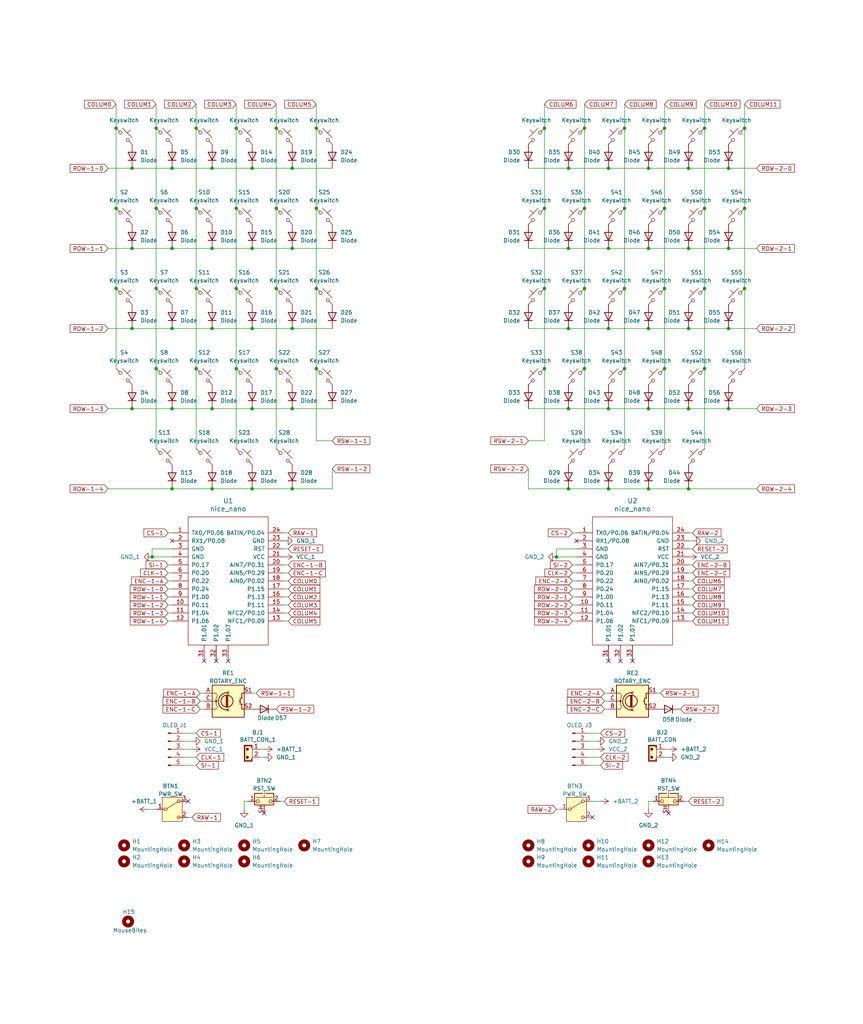
<source format=kicad_sch>
(kicad_sch (version 20250114) (generator "eeschema") (generator_version "9.0")
  (paper "User" 273.8 324.606)
  (junction (at 67.31 104.14))
  (junction (at 92.71 129.54))
  (junction (at 236.22 91.44))
  (junction (at 74.93 40.64))
  (junction (at 41.91 78.74))
  (junction (at 193.04 154.94))
  (junction (at 231.14 78.74))
  (junction (at 92.71 154.94))
  (junction (at 54.61 78.74))
  (junction (at 193.04 104.14))
  (junction (at 62.23 66.04))
  (junction (at 223.52 66.04))
  (junction (at 198.12 40.64))
  (junction (at 80.01 129.54))
  (junction (at 172.72 91.44))
  (junction (at 185.42 40.64))
  (junction (at 100.33 40.64))
  (junction (at 100.33 91.44))
  (junction (at 54.61 104.14))
  (junction (at 67.31 78.74))
  (junction (at 87.63 116.84))
  (junction (at 218.44 129.54))
  (junction (at 218.44 154.94))
  (junction (at 49.53 91.44))
  (junction (at 210.82 66.04))
  (junction (at 185.42 91.44))
  (junction (at 41.91 129.54))
  (junction (at 54.61 53.34))
  (junction (at 236.22 66.04))
  (junction (at 223.52 91.44))
  (junction (at 218.44 104.14))
  (junction (at 49.53 66.04))
  (junction (at 210.82 40.64))
  (junction (at 41.91 104.14))
  (junction (at 205.74 78.74))
  (junction (at 100.33 66.04))
  (junction (at 74.93 116.84))
  (junction (at 80.01 154.94))
  (junction (at 193.04 78.74))
  (junction (at 41.91 53.34))
  (junction (at 87.63 40.64))
  (junction (at 198.12 116.84))
  (junction (at 62.23 40.64))
  (junction (at 205.74 129.54))
  (junction (at 62.23 91.44))
  (junction (at 205.74 154.94))
  (junction (at 198.12 66.04))
  (junction (at 180.34 154.94))
  (junction (at 92.71 53.34))
  (junction (at 87.63 66.04))
  (junction (at 180.34 53.34))
  (junction (at 210.82 91.44))
  (junction (at 223.52 40.64))
  (junction (at 74.93 66.04))
  (junction (at 100.33 116.84))
  (junction (at 185.42 66.04))
  (junction (at 36.83 66.04))
  (junction (at 48.26 176.53))
  (junction (at 67.31 53.34))
  (junction (at 193.04 53.34))
  (junction (at 198.12 91.44))
  (junction (at 62.23 116.84))
  (junction (at 210.82 116.84))
  (junction (at 67.31 154.94))
  (junction (at 185.42 116.84))
  (junction (at 193.04 129.54))
  (junction (at 172.72 66.04))
  (junction (at 49.53 40.64))
  (junction (at 49.53 116.84))
  (junction (at 218.44 78.74))
  (junction (at 74.93 91.44))
  (junction (at 231.14 104.14))
  (junction (at 180.34 78.74))
  (junction (at 223.52 116.84))
  (junction (at 36.83 40.64))
  (junction (at 231.14 129.54))
  (junction (at 92.71 78.74))
  (junction (at 54.61 129.54))
  (junction (at 54.61 154.94))
  (junction (at 87.63 91.44))
  (junction (at 80.01 53.34))
  (junction (at 36.83 91.44))
  (junction (at 80.01 78.74))
  (junction (at 180.34 104.14))
  (junction (at 176.53 176.53))
  (junction (at 180.34 129.54))
  (junction (at 205.74 104.14))
  (junction (at 172.72 40.64))
  (junction (at 92.71 104.14))
  (junction (at 80.01 104.14))
  (junction (at 172.72 116.84))
  (junction (at 218.44 53.34))
  (junction (at 236.22 40.64))
  (junction (at 231.14 53.34))
  (junction (at 205.74 53.34))
  (junction (at 67.31 129.54))
  (no_connect (at 182.88 171.45))
  (no_connect (at 59.69 254))
  (no_connect (at 187.96 259.08))
  (no_connect (at 64.77 209.55))
  (no_connect (at 200.66 209.55))
  (no_connect (at 196.85 209.55))
  (no_connect (at 54.61 171.45))
  (no_connect (at 72.39 209.55))
  (no_connect (at 193.04 209.55))
  (no_connect (at 68.58 209.55))
  (no_connect (at 83.82 257.81))
  (no_connect (at 212.09 257.81))
  (wire (pts (xy 62.23 33.02) (xy 62.23 40.64)))
  (wire (pts (xy 91.44 191.77) (xy 90.17 191.77)))
  (wire (pts (xy 181.61 196.85) (xy 182.88 196.85)))
  (wire (pts (xy 208.28 219.71) (xy 209.55 219.71)))
  (wire (pts (xy 180.34 104.14) (xy 193.04 104.14)))
  (wire (pts (xy 80.01 53.34) (xy 92.71 53.34)))
  (wire (pts (xy 236.22 40.64) (xy 236.22 66.04)))
  (wire (pts (xy 67.31 78.74) (xy 80.01 78.74)))
  (wire (pts (xy 185.42 116.84) (xy 185.42 142.24)))
  (wire (pts (xy 198.12 66.04) (xy 198.12 91.44)))
  (wire (pts (xy 92.71 154.94) (xy 80.01 154.94)))
  (wire (pts (xy 191.77 222.25) (xy 193.04 222.25)))
  (wire (pts (xy 181.61 179.07) (xy 182.88 179.07)))
  (wire (pts (xy 100.33 139.7) (xy 105.41 139.7)))
  (wire (pts (xy 58.42 237.49) (xy 60.96 237.49)))
  (wire (pts (xy 219.71 189.23) (xy 218.44 189.23)))
  (wire (pts (xy 91.44 189.23) (xy 90.17 189.23)))
  (wire (pts (xy 87.63 40.64) (xy 87.63 66.04)))
  (wire (pts (xy 92.71 129.54) (xy 105.41 129.54)))
  (wire (pts (xy 167.64 78.74) (xy 180.34 78.74)))
  (wire (pts (xy 80.01 104.14) (xy 92.71 104.14)))
  (wire (pts (xy 91.44 168.91) (xy 90.17 168.91)))
  (wire (pts (xy 74.93 116.84) (xy 74.93 142.24)))
  (wire (pts (xy 49.53 33.02) (xy 49.53 40.64)))
  (wire (pts (xy 236.22 33.02) (xy 236.22 40.64)))
  (wire (pts (xy 223.52 33.02) (xy 223.52 40.64)))
  (wire (pts (xy 205.74 104.14) (xy 218.44 104.14)))
  (wire (pts (xy 53.34 194.31) (xy 54.61 194.31)))
  (wire (pts (xy 176.53 256.54) (xy 177.8 256.54)))
  (wire (pts (xy 92.71 53.34) (xy 105.41 53.34)))
  (wire (pts (xy 48.26 176.53) (xy 54.61 176.53)))
  (wire (pts (xy 210.82 116.84) (xy 210.82 142.24)))
  (wire (pts (xy 74.93 40.64) (xy 74.93 66.04)))
  (wire (pts (xy 210.82 33.02) (xy 210.82 40.64)))
  (wire (pts (xy 172.72 91.44) (xy 172.72 116.84)))
  (wire (pts (xy 54.61 129.54) (xy 67.31 129.54)))
  (wire (pts (xy 100.33 33.02) (xy 100.33 40.64)))
  (wire (pts (xy 198.12 33.02) (xy 198.12 40.64)))
  (wire (pts (xy 219.71 184.15) (xy 218.44 184.15)))
  (wire (pts (xy 34.29 78.74) (xy 41.91 78.74)))
  (wire (pts (xy 105.41 148.59) (xy 105.41 154.94)))
  (wire (pts (xy 198.12 40.64) (xy 198.12 66.04)))
  (wire (pts (xy 219.71 173.99) (xy 218.44 173.99)))
  (wire (pts (xy 185.42 40.64) (xy 185.42 66.04)))
  (wire (pts (xy 53.34 179.07) (xy 54.61 179.07)))
  (wire (pts (xy 91.44 194.31) (xy 90.17 194.31)))
  (wire (pts (xy 176.53 176.53) (xy 182.88 176.53)))
  (wire (pts (xy 219.71 186.69) (xy 218.44 186.69)))
  (wire (pts (xy 176.53 173.99) (xy 176.53 176.53)))
  (wire (pts (xy 181.61 194.31) (xy 182.88 194.31)))
  (wire (pts (xy 62.23 91.44) (xy 62.23 116.84)))
  (wire (pts (xy 54.61 53.34) (xy 67.31 53.34)))
  (wire (pts (xy 54.61 78.74) (xy 67.31 78.74)))
  (wire (pts (xy 182.88 173.99) (xy 176.53 173.99)))
  (wire (pts (xy 187.96 254) (xy 190.5 254)))
  (wire (pts (xy 46.99 256.54) (xy 49.53 256.54)))
  (wire (pts (xy 91.44 186.69) (xy 90.17 186.69)))
  (wire (pts (xy 88.9 254) (xy 90.17 254)))
  (wire (pts (xy 105.41 154.94) (xy 92.71 154.94)))
  (wire (pts (xy 58.42 242.57) (xy 62.23 242.57)))
  (wire (pts (xy 36.83 66.04) (xy 36.83 91.44)))
  (wire (pts (xy 172.72 40.64) (xy 172.72 66.04)))
  (wire (pts (xy 91.44 184.15) (xy 90.17 184.15)))
  (wire (pts (xy 87.63 116.84) (xy 87.63 142.24)))
  (wire (pts (xy 48.26 173.99) (xy 48.26 176.53)))
  (wire (pts (xy 49.53 91.44) (xy 49.53 116.84)))
  (wire (pts (xy 185.42 33.02) (xy 185.42 40.64)))
  (wire (pts (xy 193.04 154.94) (xy 205.74 154.94)))
  (wire (pts (xy 205.74 154.94) (xy 218.44 154.94)))
  (wire (pts (xy 186.69 240.03) (xy 190.5 240.03)))
  (wire (pts (xy 54.61 154.94) (xy 34.29 154.94)))
  (wire (pts (xy 91.44 173.99) (xy 90.17 173.99)))
  (wire (pts (xy 205.74 53.34) (xy 218.44 53.34)))
  (wire (pts (xy 41.91 78.74) (xy 54.61 78.74)))
  (wire (pts (xy 219.71 171.45) (xy 218.44 171.45)))
  (wire (pts (xy 191.77 219.71) (xy 193.04 219.71)))
  (wire (pts (xy 180.34 129.54) (xy 193.04 129.54)))
  (wire (pts (xy 198.12 91.44) (xy 198.12 116.84)))
  (wire (pts (xy 218.44 53.34) (xy 231.14 53.34)))
  (wire (pts (xy 186.69 232.41) (xy 190.5 232.41)))
  (wire (pts (xy 231.14 129.54) (xy 240.03 129.54)))
  (wire (pts (xy 193.04 104.14) (xy 205.74 104.14)))
  (wire (pts (xy 193.04 78.74) (xy 205.74 78.74)))
  (wire (pts (xy 53.34 184.15) (xy 54.61 184.15)))
  (wire (pts (xy 62.23 116.84) (xy 62.23 142.24)))
  (wire (pts (xy 74.93 91.44) (xy 74.93 116.84)))
  (wire (pts (xy 205.74 129.54) (xy 218.44 129.54)))
  (wire (pts (xy 231.14 78.74) (xy 240.03 78.74)))
  (wire (pts (xy 219.71 194.31) (xy 218.44 194.31)))
  (wire (pts (xy 198.12 116.84) (xy 198.12 142.24)))
  (wire (pts (xy 92.71 78.74) (xy 105.41 78.74)))
  (wire (pts (xy 80.01 219.71) (xy 81.28 219.71)))
  (wire (pts (xy 186.69 234.95) (xy 189.23 234.95)))
  (wire (pts (xy 210.82 66.04) (xy 210.82 91.44)))
  (wire (pts (xy 180.34 154.94) (xy 193.04 154.94)))
  (wire (pts (xy 181.61 191.77) (xy 182.88 191.77)))
  (wire (pts (xy 172.72 66.04) (xy 172.72 91.44)))
  (wire (pts (xy 49.53 116.84) (xy 49.53 142.24)))
  (wire (pts (xy 167.64 53.34) (xy 180.34 53.34)))
  (wire (pts (xy 41.91 53.34) (xy 54.61 53.34)))
  (wire (pts (xy 210.82 237.49) (xy 212.09 237.49)))
  (wire (pts (xy 218.44 129.54) (xy 231.14 129.54)))
  (wire (pts (xy 186.69 242.57) (xy 190.5 242.57)))
  (wire (pts (xy 218.44 154.94) (xy 240.03 154.94)))
  (wire (pts (xy 91.44 196.85) (xy 90.17 196.85)))
  (wire (pts (xy 41.91 104.14) (xy 54.61 104.14)))
  (wire (pts (xy 181.61 186.69) (xy 182.88 186.69)))
  (wire (pts (xy 87.63 91.44) (xy 87.63 116.84)))
  (wire (pts (xy 53.34 196.85) (xy 54.61 196.85)))
  (wire (pts (xy 205.74 78.74) (xy 218.44 78.74)))
  (wire (pts (xy 92.71 104.14) (xy 105.41 104.14)))
  (wire (pts (xy 67.31 104.14) (xy 80.01 104.14)))
  (wire (pts (xy 218.44 104.14) (xy 231.14 104.14)))
  (wire (pts (xy 219.71 191.77) (xy 218.44 191.77)))
  (wire (pts (xy 80.01 154.94) (xy 67.31 154.94)))
  (wire (pts (xy 67.31 53.34) (xy 80.01 53.34)))
  (wire (pts (xy 34.29 129.54) (xy 41.91 129.54)))
  (wire (pts (xy 210.82 240.03) (xy 212.09 240.03)))
  (wire (pts (xy 87.63 33.02) (xy 87.63 40.64)))
  (wire (pts (xy 53.34 168.91) (xy 54.61 168.91)))
  (wire (pts (xy 172.72 116.84) (xy 172.72 139.7)))
  (wire (pts (xy 100.33 116.84) (xy 100.33 139.7)))
  (wire (pts (xy 77.47 254) (xy 77.47 256.54)))
  (wire (pts (xy 91.44 179.07) (xy 90.17 179.07)))
  (wire (pts (xy 185.42 91.44) (xy 185.42 116.84)))
  (wire (pts (xy 167.64 148.59) (xy 167.64 154.94)))
  (wire (pts (xy 181.61 189.23) (xy 182.88 189.23)))
  (wire (pts (xy 205.74 254) (xy 205.74 256.54)))
  (wire (pts (xy 180.34 78.74) (xy 193.04 78.74)))
  (wire (pts (xy 217.17 254) (xy 218.44 254)))
  (wire (pts (xy 34.29 104.14) (xy 41.91 104.14)))
  (wire (pts (xy 186.69 237.49) (xy 189.23 237.49)))
  (wire (pts (xy 219.71 196.85) (xy 218.44 196.85)))
  (wire (pts (xy 193.04 53.34) (xy 205.74 53.34)))
  (wire (pts (xy 223.52 91.44) (xy 223.52 116.84)))
  (wire (pts (xy 63.5 219.71) (xy 64.77 219.71)))
  (wire (pts (xy 219.71 181.61) (xy 218.44 181.61)))
  (wire (pts (xy 63.5 224.79) (xy 64.77 224.79)))
  (wire (pts (xy 53.34 191.77) (xy 54.61 191.77)))
  (wire (pts (xy 36.83 33.02) (xy 36.83 40.64)))
  (wire (pts (xy 82.55 240.03) (xy 83.82 240.03)))
  (wire (pts (xy 100.33 91.44) (xy 100.33 116.84)))
  (wire (pts (xy 100.33 40.64) (xy 100.33 66.04)))
  (wire (pts (xy 100.33 66.04) (xy 100.33 91.44)))
  (wire (pts (xy 54.61 173.99) (xy 48.26 173.99)))
  (wire (pts (xy 67.31 129.54) (xy 80.01 129.54)))
  (wire (pts (xy 60.96 259.08) (xy 59.69 259.08)))
  (wire (pts (xy 62.23 40.64) (xy 62.23 66.04)))
  (wire (pts (xy 181.61 181.61) (xy 182.88 181.61)))
  (wire (pts (xy 36.83 91.44) (xy 36.83 116.84)))
  (wire (pts (xy 223.52 40.64) (xy 223.52 66.04)))
  (wire (pts (xy 87.63 66.04) (xy 87.63 91.44)))
  (wire (pts (xy 54.61 104.14) (xy 67.31 104.14)))
  (wire (pts (xy 219.71 168.91) (xy 218.44 168.91)))
  (wire (pts (xy 53.34 181.61) (xy 54.61 181.61)))
  (wire (pts (xy 207.01 254) (xy 205.74 254)))
  (wire (pts (xy 34.29 53.34) (xy 41.91 53.34)))
  (wire (pts (xy 231.14 53.34) (xy 240.03 53.34)))
  (wire (pts (xy 172.72 139.7) (xy 167.64 139.7)))
  (wire (pts (xy 219.71 179.07) (xy 218.44 179.07)))
  (wire (pts (xy 36.83 40.64) (xy 36.83 66.04)))
  (wire (pts (xy 78.74 254) (xy 77.47 254)))
  (wire (pts (xy 167.64 104.14) (xy 180.34 104.14)))
  (wire (pts (xy 91.44 181.61) (xy 90.17 181.61)))
  (wire (pts (xy 223.52 66.04) (xy 223.52 91.44)))
  (wire (pts (xy 193.04 129.54) (xy 205.74 129.54)))
  (wire (pts (xy 74.93 33.02) (xy 74.93 40.64)))
  (wire (pts (xy 210.82 91.44) (xy 210.82 116.84)))
  (wire (pts (xy 58.42 234.95) (xy 60.96 234.95)))
  (wire (pts (xy 80.01 78.74) (xy 92.71 78.74)))
  (wire (pts (xy 82.55 237.49) (xy 83.82 237.49)))
  (wire (pts (xy 63.5 222.25) (xy 64.77 222.25)))
  (wire (pts (xy 41.91 129.54) (xy 54.61 129.54)))
  (wire (pts (xy 180.34 53.34) (xy 193.04 53.34)))
  (wire (pts (xy 185.42 66.04) (xy 185.42 91.44)))
  (wire (pts (xy 58.42 240.03) (xy 62.23 240.03)))
  (wire (pts (xy 49.53 40.64) (xy 49.53 66.04)))
  (wire (pts (xy 54.61 154.94) (xy 67.31 154.94)))
  (wire (pts (xy 223.52 116.84) (xy 223.52 142.24)))
  (wire (pts (xy 236.22 91.44) (xy 236.22 116.84)))
  (wire (pts (xy 167.64 154.94) (xy 180.34 154.94)))
  (wire (pts (xy 181.61 184.15) (xy 182.88 184.15)))
  (wire (pts (xy 231.14 104.14) (xy 240.03 104.14)))
  (wire (pts (xy 172.72 33.02) (xy 172.72 40.64)))
  (wire (pts (xy 58.42 232.41) (xy 62.23 232.41)))
  (wire (pts (xy 80.01 129.54) (xy 92.71 129.54)))
  (wire (pts (xy 181.61 168.91) (xy 182.88 168.91)))
  (wire (pts (xy 62.23 66.04) (xy 62.23 91.44)))
  (wire (pts (xy 53.34 186.69) (xy 54.61 186.69)))
  (wire (pts (xy 74.93 66.04) (xy 74.93 91.44)))
  (wire (pts (xy 53.34 189.23) (xy 54.61 189.23)))
  (wire (pts (xy 210.82 40.64) (xy 210.82 66.04)))
  (wire (pts (xy 218.44 78.74) (xy 231.14 78.74)))
  (wire (pts (xy 191.77 224.79) (xy 193.04 224.79)))
  (wire (pts (xy 167.64 129.54) (xy 180.34 129.54)))
  (wire (pts (xy 236.22 66.04) (xy 236.22 91.44)))
  (wire (pts (xy 49.53 66.04) (xy 49.53 91.44)))
  (global_label "COLUM10" (shape input) (at 219.71 194.31 0) (property "Intersheetrefs" "${INTERSHEET_REFS}" (effects (hide yes))))
  (global_label "ROW-2-3" (shape input) (at 181.61 194.31 180) (property "Intersheetrefs" "${INTERSHEET_REFS}" (effects (hide yes))))
  (global_label "COLUM8" (shape input) (at 198.12 33.02 0) (property "Intersheetrefs" "${INTERSHEET_REFS}" (effects (hide yes))))
  (global_label "COLUM7" (shape input) (at 219.71 186.69 0) (property "Intersheetrefs" "${INTERSHEET_REFS}" (effects (hide yes))))
  (global_label "ROW-2-3" (shape input) (at 240.03 129.54 0) (property "Intersheetrefs" "${INTERSHEET_REFS}" (effects (hide yes))))
  (global_label "CS-2" (shape input) (at 181.61 168.91 180) (property "Intersheetrefs" "${INTERSHEET_REFS}" (effects (hide yes))))
  (global_label "COLUM5" (shape input) (at 100.33 33.02 180) (property "Intersheetrefs" "${INTERSHEET_REFS}" (effects (hide yes))))
  (global_label "SI-2" (shape input) (at 181.61 179.07 180) (property "Intersheetrefs" "${INTERSHEET_REFS}" (effects (hide yes))))
  (global_label "RSW-2-2" (shape input) (at 167.64 148.59 180) (property "Intersheetrefs" "${INTERSHEET_REFS}" (effects (hide yes))))
  (global_label "CS-1" (shape input) (at 53.34 168.91 180) (property "Intersheetrefs" "${INTERSHEET_REFS}" (effects (hide yes))))
  (global_label "RSW-1-2" (shape input) (at 105.41 148.59 0) (property "Intersheetrefs" "${INTERSHEET_REFS}" (effects (hide yes))))
  (global_label "COLUM1" (shape input) (at 91.44 186.69 0) (property "Intersheetrefs" "${INTERSHEET_REFS}" (effects (hide yes))))
  (global_label "ROW-1-4" (shape input) (at 53.34 196.85 180) (property "Intersheetrefs" "${INTERSHEET_REFS}" (effects (hide yes))))
  (global_label "COLUM7" (shape input) (at 185.42 33.02 0) (property "Intersheetrefs" "${INTERSHEET_REFS}" (effects (hide yes))))
  (global_label "RSW-2-2" (shape input) (at 215.9 224.79 0) (property "Intersheetrefs" "${INTERSHEET_REFS}" (effects (hide yes))))
  (global_label "ROW-2-2" (shape input) (at 181.61 191.77 180) (property "Intersheetrefs" "${INTERSHEET_REFS}" (effects (hide yes))))
  (global_label "ROW-1-0" (shape input) (at 34.29 53.34 180) (property "Intersheetrefs" "${INTERSHEET_REFS}" (effects (hide yes))))
  (global_label "RESET-2" (shape input) (at 218.44 254 0) (property "Intersheetrefs" "${INTERSHEET_REFS}" (effects (hide yes))))
  (global_label "ENC-1-C" (shape input) (at 91.44 181.61 0) (property "Intersheetrefs" "${INTERSHEET_REFS}" (effects (hide yes))))
  (global_label "ROW-1-4" (shape input) (at 34.29 154.94 180) (property "Intersheetrefs" "${INTERSHEET_REFS}" (effects (hide yes))))
  (global_label "ENC-1-C" (shape input) (at 63.5 224.79 180) (property "Intersheetrefs" "${INTERSHEET_REFS}" (effects (hide yes))))
  (global_label "COLUM0" (shape input) (at 36.83 33.02 180) (property "Intersheetrefs" "${INTERSHEET_REFS}" (effects (hide yes))))
  (global_label "RSW-2-1" (shape input) (at 167.64 139.7 180) (property "Intersheetrefs" "${INTERSHEET_REFS}" (effects (hide yes))))
  (global_label "ROW-2-0" (shape input) (at 240.03 53.34 0) (property "Intersheetrefs" "${INTERSHEET_REFS}" (effects (hide yes))))
  (global_label "COLUM0" (shape input) (at 91.44 184.15 0) (property "Intersheetrefs" "${INTERSHEET_REFS}" (effects (hide yes))))
  (global_label "COLUM8" (shape input) (at 219.71 189.23 0) (property "Intersheetrefs" "${INTERSHEET_REFS}" (effects (hide yes))))
  (global_label "COLUM6" (shape input) (at 219.71 184.15 0) (property "Intersheetrefs" "${INTERSHEET_REFS}" (effects (hide yes))))
  (global_label "COLUM3" (shape input) (at 74.93 33.02 180) (property "Intersheetrefs" "${INTERSHEET_REFS}" (effects (hide yes))))
  (global_label "ENC-2-C" (shape input) (at 219.71 181.61 0) (property "Intersheetrefs" "${INTERSHEET_REFS}" (effects (hide yes))))
  (global_label "RESET-1" (shape input) (at 91.44 173.99 0) (property "Intersheetrefs" "${INTERSHEET_REFS}" (effects (hide yes))))
  (global_label "RAW-1" (shape input) (at 60.96 259.08 0) (property "Intersheetrefs" "${INTERSHEET_REFS}" (effects (hide yes))))
  (global_label "ENC-2-A" (shape input) (at 181.61 184.15 180) (property "Intersheetrefs" "${INTERSHEET_REFS}" (effects (hide yes))))
  (global_label "ENC-2-C" (shape input) (at 191.77 224.79 180) (property "Intersheetrefs" "${INTERSHEET_REFS}" (effects (hide yes))))
  (global_label "ROW-1-1" (shape input) (at 34.29 78.74 180) (property "Intersheetrefs" "${INTERSHEET_REFS}" (effects (hide yes))))
  (global_label "ENC-2-B" (shape input) (at 191.77 222.25 180) (property "Intersheetrefs" "${INTERSHEET_REFS}" (effects (hide yes))))
  (global_label "COLUM1" (shape input) (at 49.53 33.02 180) (property "Intersheetrefs" "${INTERSHEET_REFS}" (effects (hide yes))))
  (global_label "COLUM6" (shape input) (at 172.72 33.02 0) (property "Intersheetrefs" "${INTERSHEET_REFS}" (effects (hide yes))))
  (global_label "ROW-1-0" (shape input) (at 53.34 186.69 180) (property "Intersheetrefs" "${INTERSHEET_REFS}" (effects (hide yes))))
  (global_label "ENC-1-A" (shape input) (at 63.5 219.71 180) (property "Intersheetrefs" "${INTERSHEET_REFS}" (effects (hide yes))))
  (global_label "SI-1" (shape input) (at 62.23 242.57 0) (property "Intersheetrefs" "${INTERSHEET_REFS}" (effects (hide yes))))
  (global_label "ROW-2-4" (shape input) (at 181.61 196.85 180) (property "Intersheetrefs" "${INTERSHEET_REFS}" (effects (hide yes))))
  (global_label "COLUM9" (shape input) (at 210.82 33.02 0) (property "Intersheetrefs" "${INTERSHEET_REFS}" (effects (hide yes))))
  (global_label "RESET-2" (shape input) (at 219.71 173.99 0) (property "Intersheetrefs" "${INTERSHEET_REFS}" (effects (hide yes))))
  (global_label "ROW-1-1" (shape input) (at 53.34 189.23 180) (property "Intersheetrefs" "${INTERSHEET_REFS}" (effects (hide yes))))
  (global_label "COLUM11" (shape input) (at 236.22 33.02 0) (property "Intersheetrefs" "${INTERSHEET_REFS}" (effects (hide yes))))
  (global_label "RSW-1-1" (shape input) (at 105.41 139.7 0) (property "Intersheetrefs" "${INTERSHEET_REFS}" (effects (hide yes))))
  (global_label "RAW-1" (shape input) (at 91.44 168.91 0) (property "Intersheetrefs" "${INTERSHEET_REFS}" (effects (hide yes))))
  (global_label "ROW-2-0" (shape input) (at 181.61 186.69 180) (property "Intersheetrefs" "${INTERSHEET_REFS}" (effects (hide yes))))
  (global_label "RAW-2" (shape input) (at 219.71 168.91 0) (property "Intersheetrefs" "${INTERSHEET_REFS}" (effects (hide yes))))
  (global_label "RSW-1-1" (shape input) (at 81.28 219.71 0) (property "Intersheetrefs" "${INTERSHEET_REFS}" (effects (hide yes))))
  (global_label "ENC-1-B" (shape input) (at 91.44 179.07 0) (property "Intersheetrefs" "${INTERSHEET_REFS}" (effects (hide yes))))
  (global_label "COLUM4" (shape input) (at 87.63 33.02 180) (property "Intersheetrefs" "${INTERSHEET_REFS}" (effects (hide yes))))
  (global_label "COLUM10" (shape input) (at 223.52 33.02 0) (property "Intersheetrefs" "${INTERSHEET_REFS}" (effects (hide yes))))
  (global_label "RESET-1" (shape input) (at 90.17 254 0) (property "Intersheetrefs" "${INTERSHEET_REFS}" (effects (hide yes))))
  (global_label "CLK-2" (shape input) (at 190.5 240.03 0) (property "Intersheetrefs" "${INTERSHEET_REFS}" (effects (hide yes))))
  (global_label "RSW-2-1" (shape input) (at 209.55 219.71 0) (property "Intersheetrefs" "${INTERSHEET_REFS}" (effects (hide yes))))
  (global_label "CLK-1" (shape input) (at 62.23 240.03 0) (property "Intersheetrefs" "${INTERSHEET_REFS}" (effects (hide yes))))
  (global_label "COLUM5" (shape input) (at 91.44 196.85 0) (property "Intersheetrefs" "${INTERSHEET_REFS}" (effects (hide yes))))
  (global_label "COLUM2" (shape input) (at 91.44 189.23 0) (property "Intersheetrefs" "${INTERSHEET_REFS}" (effects (hide yes))))
  (global_label "CLK-2" (shape input) (at 181.61 181.61 180) (property "Intersheetrefs" "${INTERSHEET_REFS}" (effects (hide yes))))
  (global_label "ROW-1-3" (shape input) (at 34.29 129.54 180) (property "Intersheetrefs" "${INTERSHEET_REFS}" (effects (hide yes))))
  (global_label "ROW-2-2" (shape input) (at 240.03 104.14 0) (property "Intersheetrefs" "${INTERSHEET_REFS}" (effects (hide yes))))
  (global_label "COLUM4" (shape input) (at 91.44 194.31 0) (property "Intersheetrefs" "${INTERSHEET_REFS}" (effects (hide yes))))
  (global_label "ROW-1-2" (shape input) (at 53.34 191.77 180) (property "Intersheetrefs" "${INTERSHEET_REFS}" (effects (hide yes))))
  (global_label "ENC-1-A" (shape input) (at 53.34 184.15 180) (property "Intersheetrefs" "${INTERSHEET_REFS}" (effects (hide yes))))
  (global_label "ROW-2-1" (shape input) (at 240.03 78.74 0) (property "Intersheetrefs" "${INTERSHEET_REFS}" (effects (hide yes))))
  (global_label "COLUM2" (shape input) (at 62.23 33.02 180) (property "Intersheetrefs" "${INTERSHEET_REFS}" (effects (hide yes))))
  (global_label "ENC-1-B" (shape input) (at 63.5 222.25 180) (property "Intersheetrefs" "${INTERSHEET_REFS}" (effects (hide yes))))
  (global_label "CLK-1" (shape input) (at 53.34 181.61 180) (property "Intersheetrefs" "${INTERSHEET_REFS}" (effects (hide yes))))
  (global_label "COLUM9" (shape input) (at 219.71 191.77 0) (property "Intersheetrefs" "${INTERSHEET_REFS}" (effects (hide yes))))
  (global_label "ENC-2-B" (shape input) (at 219.71 179.07 0) (property "Intersheetrefs" "${INTERSHEET_REFS}" (effects (hide yes))))
  (global_label "ROW-1-2" (shape input) (at 34.29 104.14 180) (property "Intersheetrefs" "${INTERSHEET_REFS}" (effects (hide yes))))
  (global_label "SI-2" (shape input) (at 190.5 242.57 0) (property "Intersheetrefs" "${INTERSHEET_REFS}" (effects (hide yes))))
  (global_label "CS-2" (shape input) (at 190.5 232.41 0) (property "Intersheetrefs" "${INTERSHEET_REFS}" (effects (hide yes))))
  (global_label "RAW-2" (shape input) (at 176.53 256.54 180) (property "Intersheetrefs" "${INTERSHEET_REFS}" (effects (hide yes))))
  (global_label "RSW-1-2" (shape input) (at 87.63 224.79 0) (property "Intersheetrefs" "${INTERSHEET_REFS}" (effects (hide yes))))
  (global_label "COLUM3" (shape input) (at 91.44 191.77 0) (property "Intersheetrefs" "${INTERSHEET_REFS}" (effects (hide yes))))
  (global_label "ROW-2-4" (shape input) (at 240.03 154.94 0) (property "Intersheetrefs" "${INTERSHEET_REFS}" (effects (hide yes))))
  (global_label "ROW-1-3" (shape input) (at 53.34 194.31 180) (property "Intersheetrefs" "${INTERSHEET_REFS}" (effects (hide yes))))
  (global_label "CS-1" (shape input) (at 62.23 232.41 0) (property "Intersheetrefs" "${INTERSHEET_REFS}" (effects (hide yes))))
  (global_label "ROW-2-1" (shape input) (at 181.61 189.23 180) (property "Intersheetrefs" "${INTERSHEET_REFS}" (effects (hide yes))))
  (global_label "COLUM11" (shape input) (at 219.71 196.85 0) (property "Intersheetrefs" "${INTERSHEET_REFS}" (effects (hide yes))))
  (global_label "ENC-2-A" (shape input) (at 191.77 219.71 180) (property "Intersheetrefs" "${INTERSHEET_REFS}" (effects (hide yes))))
  (global_label "SI-1" (shape input) (at 53.34 179.07 180) (property "Intersheetrefs" "${INTERSHEET_REFS}" (effects (hide yes))))
  (symbol (lib_id "KEYBOARD_DESIGN:Placeholder_Keyswitch") (at 64.77 68.58 0) (unit 1)
    (property "Reference" "S10" (at 64.77 60.96 0))
    (property "Value" "Keyswitch" (at 64.77 63.5 0))
    (property "Footprint" "ScottoKeebs_Hotswap:Hotswap_MX_1.00u" (effects (hide yes)))
    (property "Description" "Push button switch, normally open, two pins, 45° tilted" (effects (hide yes)))
    (property "COL" "1" (effects (hide yes)))
  )
  (symbol (lib_id "KEYBOARD_DESIGN:Placeholder_Keyswitch") (at 52.07 68.58 0) (unit 1)
    (property "Reference" "S6" (at 52.07 60.96 0))
    (property "Value" "Keyswitch" (at 52.07 63.5 0))
    (property "Footprint" "ScottoKeebs_Hotswap:Hotswap_MX_1.00u" (effects (hide yes)))
    (property "Description" "Push button switch, normally open, two pins, 45° tilted" (effects (hide yes)))
    (property "COL" "1" (effects (hide yes)))
  )
  (symbol (lib_id "Mechanical:MountingHole") (at 186.69 273.05 0) (unit 1) (in_bom no)
    (property "Reference" "H11" (at 189.23 271.7799 0) (effects (justify left)))
    (property "Value" "MountingHole" (at 189.23 274.3199 0) (effects (justify left)))
    (property "Footprint" "MountingHole:MountingHole_2.2mm_M2" (effects (hide yes)))
    (property "Description" "Mounting Hole without connection" (effects (hide yes)))
  )
  (symbol (lib_id "NiceView_OLED:Conn_01x05_Male") (at 53.34 237.49 0) (unit 1)
    (property "Reference" "J1" (at 58.166 229.87 0))
    (property "Value" "OLED" (at 53.975 229.87 0))
    (property "Footprint" "nice_view_LS011B7DH03:nice_view_LS011B7DH03" (effects (hide yes)))
  )
  (symbol (lib_id "Mechanical:MountingHole") (at 224.79 267.97 0) (unit 1) (in_bom no)
    (property "Reference" "H14" (at 227.33 266.6999 0) (effects (justify left)))
    (property "Value" "MountingHole" (at 227.33 269.2399 0) (effects (justify left)))
    (property "Footprint" "MountingHole:MountingHole_2.2mm_M2" (effects (hide yes)))
    (property "Description" "Mounting Hole without connection" (effects (hide yes)))
  )
  (symbol (lib_id "KEYBOARD_DESIGN:Placeholder_Diode") (at 92.71 100.33 90) (unit 1)
    (property "Reference" "D21" (at 95.25 99.0599 90) (effects (justify right)))
    (property "Value" "Diode" (at 95.25 101.5999 90) (effects (justify right)))
    (property "Footprint" "ScottoKeebs_Components:Diode_DO-35" (effects (hide yes)))
    (property "Description" "1N4148 (DO-35) or 1N4148W (SOD-123)" (effects (hide yes)))
    (property "Sim.Device" "D" (effects (hide yes)))
    (property "Sim.Pins" "1=K 2=A" (effects (hide yes)))
  )
  (symbol (lib_id "KEYBOARD_DESIGN:Placeholder_Keyswitch") (at 182.88 68.58 0) (mirror y) (unit 1)
    (property "Reference" "S36" (at 182.88 60.96 0))
    (property "Value" "Keyswitch" (at 182.88 63.5 0))
    (property "Footprint" "ScottoKeebs_Hotswap:Hotswap_MX_1.00u" (effects (hide yes)))
    (property "Description" "Push button switch, normally open, two pins, 45° tilted" (effects (hide yes)))
    (property "COL" "1" (effects (hide yes)))
  )
  (symbol (lib_id "KEYBOARD_DESIGN:Placeholder_Diode") (at 67.31 100.33 90) (unit 1)
    (property "Reference" "D11" (at 69.85 99.0599 90) (effects (justify right)))
    (property "Value" "Diode" (at 69.85 101.5999 90) (effects (justify right)))
    (property "Footprint" "ScottoKeebs_Components:Diode_DO-35" (effects (hide yes)))
    (property "Description" "1N4148 (DO-35) or 1N4148W (SOD-123)" (effects (hide yes)))
    (property "Sim.Device" "D" (effects (hide yes)))
    (property "Sim.Pins" "1=K 2=A" (effects (hide yes)))
  )
  (symbol (lib_id "Mechanical:MountingHole") (at 39.37 267.97 0) (unit 1) (in_bom no)
    (property "Reference" "H1" (at 41.91 266.6999 0) (effects (justify left)))
    (property "Value" "MountingHole" (at 41.91 269.2399 0) (effects (justify left)))
    (property "Footprint" "MountingHole:MountingHole_2.2mm_M2" (effects (hide yes)))
    (property "Description" "Mounting Hole without connection" (effects (hide yes)))
  )
  (symbol (lib_id "KEYBOARD_DESIGN:Placeholder_Diode") (at 92.71 151.13 90) (unit 1)
    (property "Reference" "D28" (at 95.25 149.8599 90) (effects (justify right)))
    (property "Value" "Diode" (at 95.25 152.3999 90) (effects (justify right)))
    (property "Footprint" "ScottoKeebs_Components:Diode_DO-35" (effects (hide yes)))
    (property "Description" "1N4148 (DO-35) or 1N4148W (SOD-123)" (effects (hide yes)))
    (property "Sim.Device" "D" (effects (hide yes)))
    (property "Sim.Pins" "1=K 2=A" (effects (hide yes)))
  )
  (symbol (lib_id "KEYBOARD_DESIGN:Placeholder_Keyswitch") (at 64.77 119.38 0) (unit 1)
    (property "Reference" "S12" (at 64.77 111.76 0))
    (property "Value" "Keyswitch" (at 64.77 114.3 0))
    (property "Footprint" "ScottoKeebs_Hotswap:Hotswap_MX_1.00u" (effects (hide yes)))
    (property "Description" "Push button switch, normally open, two pins, 45° tilted" (effects (hide yes)))
    (property "COL" "3" (effects (hide yes)))
  )
  (symbol (lib_id "KEYBOARD_DESIGN:Placeholder_Keyswitch") (at 220.98 119.38 0) (mirror y) (unit 1)
    (property "Reference" "S52" (at 220.98 111.76 0))
    (property "Value" "Keyswitch" (at 220.98 114.3 0))
    (property "Footprint" "ScottoKeebs_Hotswap:Hotswap_MX_1.00u" (effects (hide yes)))
    (property "Description" "Push button switch, normally open, two pins, 45° tilted" (effects (hide yes)))
    (property "COL" "3" (effects (hide yes)))
  )
  (symbol (lib_id "KEYBOARD_DESIGN:Placeholder_Diode") (at 205.74 151.13 270) (mirror x) (unit 1)
    (property "Reference" "D39" (at 203.2 149.8599 90) (effects (justify right)))
    (property "Value" "Diode" (at 203.2 152.3999 90) (effects (justify right)))
    (property "Footprint" "ScottoKeebs_Components:Diode_DO-35" (effects (hide yes)))
    (property "Description" "1N4148 (DO-35) or 1N4148W (SOD-123)" (effects (hide yes)))
    (property "Sim.Device" "D" (effects (hide yes)))
    (property "Sim.Pins" "1=K 2=A" (effects (hide yes)))
  )
  (symbol (lib_id "KEYBOARD_DESIGN:Placeholder_Keyswitch") (at 220.98 93.98 0) (mirror y) (unit 1)
    (property "Reference" "S51" (at 220.98 86.36 0))
    (property "Value" "Keyswitch" (at 220.98 88.9 0))
    (property "Footprint" "ScottoKeebs_Hotswap:Hotswap_MX_1.00u" (effects (hide yes)))
    (property "Description" "Push button switch, normally open, two pins, 45° tilted" (effects (hide yes)))
    (property "COL" "2" (effects (hide yes)))
  )
  (symbol (lib_id "KEYBOARD_DESIGN:Placeholder_Keyswitch") (at 220.98 144.78 0) (mirror y) (unit 1)
    (property "Reference" "S44" (at 220.98 137.16 0))
    (property "Value" "Keyswitch" (at 220.98 139.7 0))
    (property "Footprint" "ScottoKeebs_Hotswap:Hotswap_MX_1.00u" (effects (hide yes)))
    (property "Description" "Push button switch, normally open, two pins, 45° tilted" (effects (hide yes)))
    (property "COL" "4" (effects (hide yes)))
  )
  (symbol (lib_id "KEYBOARD_DESIGN:Placeholder_Diode") (at 218.44 151.13 270) (mirror x) (unit 1)
    (property "Reference" "D44" (at 215.9 149.8599 90) (effects (justify right)))
    (property "Value" "Diode" (at 215.9 152.3999 90) (effects (justify right)))
    (property "Footprint" "ScottoKeebs_Components:Diode_DO-35" (effects (hide yes)))
    (property "Description" "1N4148 (DO-35) or 1N4148W (SOD-123)" (effects (hide yes)))
    (property "Sim.Device" "D" (effects (hide yes)))
    (property "Sim.Pins" "1=K 2=A" (effects (hide yes)))
  )
  (symbol (lib_id "Mechanical:MountingHole") (at 39.37 273.05 0) (unit 1) (in_bom no)
    (property "Reference" "H2" (at 41.91 271.7799 0) (effects (justify left)))
    (property "Value" "MountingHole" (at 41.91 274.3199 0) (effects (justify left)))
    (property "Footprint" "MountingHole:MountingHole_2.2mm_M2" (effects (hide yes)))
    (property "Description" "Mounting Hole without connection" (effects (hide yes)))
  )
  (symbol (lib_id "Mechanical:MountingHole") (at 58.42 273.05 0) (unit 1) (in_bom no)
    (property "Reference" "H4" (at 60.96 271.7799 0) (effects (justify left)))
    (property "Value" "MountingHole" (at 60.96 274.3199 0) (effects (justify left)))
    (property "Footprint" "MountingHole:MountingHole_2.2mm_M2" (effects (hide yes)))
    (property "Description" "Mounting Hole without connection" (effects (hide yes)))
  )
  (symbol (lib_id "KEYBOARD_DESIGN:Placeholder_Keyswitch") (at 77.47 144.78 0) (unit 1)
    (property "Reference" "S23" (at 77.47 137.16 0))
    (property "Value" "Keyswitch" (at 77.47 139.7 0))
    (property "Footprint" "ScottoKeebs_Hotswap:Hotswap_MX_1.00u" (effects (hide yes)))
    (property "Description" "Push button switch, normally open, two pins, 45° tilted" (effects (hide yes)))
    (property "COL" "4" (effects (hide yes)))
  )
  (symbol (lib_id "KEYBOARD_DESIGN:Placeholder_Diode") (at 92.71 49.53 90) (unit 1)
    (property "Reference" "D19" (at 95.25 48.2599 90) (effects (justify right)))
    (property "Value" "Diode" (at 95.25 50.7999 90) (effects (justify right)))
    (property "Footprint" "ScottoKeebs_Components:Diode_DO-35" (effects (hide yes)))
    (property "Description" "1N4148 (DO-35) or 1N4148W (SOD-123)" (effects (hide yes)))
    (property "Sim.Device" "D" (effects (hide yes)))
    (property "Sim.Pins" "1=K 2=A" (effects (hide yes)))
  )
  (symbol (lib_id "PCM_SL_Connectors:JST_02") (at 207.01 238.76 0) (mirror y) (unit 1)
    (property "Reference" "BJ2" (at 210.058 232.156 0))
    (property "Value" "BATT_CON" (at 210.058 234.442 0))
    (property "Footprint" "ScottoKeebs_Components:Connector_1x02_JST-PH" (effects (hide yes)))
    (property "Description" "JST Connector  2 pins" (effects (hide yes)))
    (property "LCSC" "C295747" (effects (hide yes)))
  )
  (symbol (lib_id "KEYBOARD_DESIGN:Placeholder_Keyswitch") (at 170.18 43.18 0) (mirror y) (unit 1)
    (property "Reference" "S30" (effects (hide yes)))
    (property "Value" "Keyswitch" (at 170.18 38.1 0))
    (property "Footprint" "ScottoKeebs_Hotswap:Hotswap_MX_1.00u" (effects (hide yes)))
    (property "Description" "Push button switch, normally open, two pins, 45° tilted" (effects (hide yes)))
    (property "COL" "0" (effects (hide yes)))
  )
  (symbol (lib_id "power:GND") (at 219.71 171.45 90) (unit 1)
    (property "Reference" "#PWR010" (effects (hide yes)))
    (property "Value" "GND_2" (at 223.52 171.4499 90) (effects (justify right)))
    (property "Description" "Power symbol creates a global label with name \"GND\" , ground" (effects (hide yes)))
  )
  (symbol (lib_id "KEYBOARD_DESIGN:Placeholder_Keyswitch") (at 102.87 68.58 0) (unit 1)
    (property "Reference" "S25" (at 102.87 60.96 0))
    (property "Value" "Keyswitch" (at 102.87 63.5 0))
    (property "Footprint" "ScottoKeebs_Hotswap:Hotswap_MX_1.00u" (effects (hide yes)))
    (property "Description" "Push button switch, normally open, two pins, 45° tilted" (effects (hide yes)))
    (property "COL" "1" (effects (hide yes)))
  )
  (symbol (lib_id "KEYBOARD_DESIGN:Placeholder_Keyswitch") (at 170.18 93.98 0) (mirror y) (unit 1)
    (property "Reference" "S32" (at 170.18 86.36 0))
    (property "Value" "Keyswitch" (at 170.18 88.9 0))
    (property "Footprint" "ScottoKeebs_Hotswap:Hotswap_MX_1.00u" (effects (hide yes)))
    (property "Description" "Push button switch, normally open, two pins, 45° tilted" (effects (hide yes)))
    (property "COL" "2" (effects (hide yes)))
  )
  (symbol (lib_id "Switch:CK_KMS2xxGP") (at 212.09 254 0) (unit 1)
    (property "Reference" "BTN4" (at 212.09 247.396 0))
    (property "Value" "RST_SW" (at 212.09 249.936 0))
    (property "Footprint" "K2-1112SA-A4DW-01:Right-Angle_PushButton" (effects (hide yes)))
    (property "Description" "C961745" (effects (hide yes)))
  )
  (symbol (lib_id "Mechanical:MountingHole") (at 167.64 273.05 0) (unit 1) (in_bom no)
    (property "Reference" "H9" (at 170.18 271.7799 0) (effects (justify left)))
    (property "Value" "MountingHole" (at 170.18 274.3199 0) (effects (justify left)))
    (property "Footprint" "MountingHole:MountingHole_2.2mm_M2" (effects (hide yes)))
    (property "Description" "Mounting Hole without connection" (effects (hide yes)))
  )
  (symbol (lib_id "KEYBOARD_DESIGN:Placeholder_Keyswitch") (at 90.17 68.58 0) (unit 1)
    (property "Reference" "S20" (at 90.17 60.96 0))
    (property "Value" "Keyswitch" (at 90.17 63.5 0))
    (property "Footprint" "ScottoKeebs_Hotswap:Hotswap_MX_1.00u" (effects (hide yes)))
    (property "Description" "Push button switch, normally open, two pins, 45° tilted" (effects (hide yes)))
    (property "COL" "1" (effects (hide yes)))
  )
  (symbol (lib_id "power:VCC") (at 189.23 237.49 270) (unit 1)
    (property "Reference" "#PWR017" (effects (hide yes)))
    (property "Value" "VCC_2" (at 193.04 237.4899 90) (effects (justify left)))
    (property "Description" "Power symbol creates a global label with name \"VCC\"" (effects (hide yes)))
  )
  (symbol (lib_id "KEYBOARD_DESIGN:Placeholder_Keyswitch") (at 195.58 68.58 0) (mirror y) (unit 1)
    (property "Reference" "S41" (at 195.58 60.96 0))
    (property "Value" "Keyswitch" (at 195.58 63.5 0))
    (property "Footprint" "ScottoKeebs_Hotswap:Hotswap_MX_1.00u" (effects (hide yes)))
    (property "Description" "Push button switch, normally open, two pins, 45° tilted" (effects (hide yes)))
    (property "COL" "1" (effects (hide yes)))
  )
  (symbol (lib_id "KEYBOARD_DESIGN:Placeholder_Keyswitch") (at 208.28 43.18 0) (mirror y) (unit 1)
    (property "Reference" "S45" (effects (hide yes)))
    (property "Value" "Keyswitch" (at 208.28 38.1 0))
    (property "Footprint" "ScottoKeebs_Hotswap:Hotswap_MX_1.00u" (effects (hide yes)))
    (property "Description" "Push button switch, normally open, two pins, 45° tilted" (effects (hide yes)))
    (property "COL" "0" (effects (hide yes)))
  )
  (symbol (lib_id "KEYBOARD_DESIGN:Placeholder_Diode") (at 105.41 125.73 90) (unit 1)
    (property "Reference" "D27" (at 107.95 124.4599 90) (effects (justify right)))
    (property "Value" "Diode" (at 107.95 126.9999 90) (effects (justify right)))
    (property "Footprint" "ScottoKeebs_Components:Diode_DO-35" (effects (hide yes)))
    (property "Description" "1N4148 (DO-35) or 1N4148W (SOD-123)" (effects (hide yes)))
    (property "Sim.Device" "D" (effects (hide yes)))
    (property "Sim.Pins" "1=K 2=A" (effects (hide yes)))
  )
  (symbol (lib_id "Mechanical:MountingHole") (at 77.47 267.97 0) (unit 1) (in_bom no)
    (property "Reference" "H5" (at 80.01 266.6999 0) (effects (justify left)))
    (property "Value" "MountingHole" (at 80.01 269.2399 0) (effects (justify left)))
    (property "Footprint" "MountingHole:MountingHole_2.2mm_M2" (effects (hide yes)))
    (property "Description" "Mounting Hole without connection" (effects (hide yes)))
  )
  (symbol (lib_id "KEYBOARD_DESIGN:Placeholder_Diode") (at 67.31 49.53 90) (unit 1)
    (property "Reference" "D9" (at 69.85 48.2599 90) (effects (justify right)))
    (property "Value" "Diode" (at 69.85 50.7999 90) (effects (justify right)))
    (property "Footprint" "ScottoKeebs_Components:Diode_DO-35" (effects (hide yes)))
    (property "Description" "1N4148 (DO-35) or 1N4148W (SOD-123)" (effects (hide yes)))
    (property "Sim.Device" "D" (effects (hide yes)))
    (property "Sim.Pins" "1=K 2=A" (effects (hide yes)))
  )
  (symbol (lib_id "power:+BATT") (at 83.82 237.49 270) (unit 1)
    (property "Reference" "#PWR07" (effects (hide yes)))
    (property "Value" "+BATT_1" (at 87.63 237.4899 90) (effects (justify left)))
    (property "Description" "Power symbol creates a global label with name \"+BATT\"" (effects (hide yes)))
  )
  (symbol (lib_id "power:GND") (at 176.53 176.53 270) (unit 1)
    (property "Reference" "#PWR09" (effects (hide yes)))
    (property "Value" "GND_2" (at 172.72 176.5299 90) (effects (justify right)))
    (property "Description" "Power symbol creates a global label with name \"GND\" , ground" (effects (hide yes)))
  )
  (symbol (lib_id "power:+BATT") (at 46.99 256.54 90) (unit 1)
    (property "Reference" "#PWR04" (effects (hide yes)))
    (property "Value" "+BATT_1" (at 45.72 254 90))
    (property "Description" "Power symbol creates a global label with name \"+BATT\"" (effects (hide yes)))
  )
  (symbol (lib_id "KEYBOARD_DESIGN:Placeholder_Diode") (at 231.14 49.53 270) (mirror x) (unit 1)
    (property "Reference" "D53" (at 228.6 48.2599 90) (effects (justify right)))
    (property "Value" "Diode" (at 228.6 50.7999 90) (effects (justify right)))
    (property "Footprint" "ScottoKeebs_Components:Diode_DO-35" (effects (hide yes)))
    (property "Description" "1N4148 (DO-35) or 1N4148W (SOD-123)" (effects (hide yes)))
    (property "Sim.Device" "D" (effects (hide yes)))
    (property "Sim.Pins" "1=K 2=A" (effects (hide yes)))
  )
  (symbol (lib_id "KEYBOARD_DESIGN:Placeholder_Diode") (at 41.91 125.73 90) (unit 1)
    (property "Reference" "D4" (at 44.45 124.4599 90) (effects (justify right)))
    (property "Value" "Diode" (at 44.45 126.9999 90) (effects (justify right)))
    (property "Footprint" "ScottoKeebs_Components:Diode_DO-35" (effects (hide yes)))
    (property "Description" "1N4148 (DO-35) or 1N4148W (SOD-123)" (effects (hide yes)))
    (property "Sim.Device" "D" (effects (hide yes)))
    (property "Sim.Pins" "1=K 2=A" (effects (hide yes)))
  )
  (symbol (lib_id "KEYBOARD_DESIGN:Placeholder_Keyswitch") (at 182.88 93.98 0) (mirror y) (unit 1)
    (property "Reference" "S37" (at 182.88 86.36 0))
    (property "Value" "Keyswitch" (at 182.88 88.9 0))
    (property "Footprint" "ScottoKeebs_Hotswap:Hotswap_MX_1.00u" (effects (hide yes)))
    (property "Description" "Push button switch, normally open, two pins, 45° tilted" (effects (hide yes)))
    (property "COL" "2" (effects (hide yes)))
  )
  (symbol (lib_id "power:GND") (at 48.26 176.53 270) (unit 1)
    (property "Reference" "#PWR012" (effects (hide yes)))
    (property "Value" "GND_1" (at 44.45 176.5299 90) (effects (justify right)))
    (property "Description" "Power symbol creates a global label with name \"GND\" , ground" (effects (hide yes)))
  )
  (symbol (lib_name "Placeholder_Keyswitch_2") (lib_id "KEYBOARD_DESIGN:Placeholder_Keyswitch") (at 39.37 43.18 0) (unit 1)
    (property "Reference" "S1" (effects (hide yes)))
    (property "Value" "Keyswitch" (at 39.37 38.1 0))
    (property "Footprint" "ScottoKeebs_Hotswap:Hotswap_MX_1.00u" (effects (hide yes)))
    (property "Description" "Push button switch, normally open, two pins, 45° tilted" (effects (hide yes)))
    (property "COL" "0" (effects (hide yes)))
  )
  (symbol (lib_id "NiceView_OLED:Conn_01x05_Male") (at 181.61 237.49 0) (unit 1)
    (property "Reference" "J3" (at 186.69 229.87 0))
    (property "Value" "OLED" (at 182.245 229.87 0))
    (property "Footprint" "nice_view_LS011B7DH03:nice_view_LS011B7DH03" (effects (hide yes)))
  )
  (symbol (lib_id "KEYBOARD_DESIGN:Placeholder_Keyswitch") (at 195.58 119.38 0) (mirror y) (unit 1)
    (property "Reference" "S43" (at 195.58 111.76 0))
    (property "Value" "Keyswitch" (at 195.58 114.3 0))
    (property "Footprint" "ScottoKeebs_Hotswap:Hotswap_MX_1.00u" (effects (hide yes)))
    (property "Description" "Push button switch, normally open, two pins, 45° tilted" (effects (hide yes)))
    (property "COL" "3" (effects (hide yes)))
  )
  (symbol (lib_id "power:GND") (at 90.17 171.45 90) (unit 1)
    (property "Reference" "#PWR013" (effects (hide yes)))
    (property "Value" "GND_1" (at 93.98 171.4499 90) (effects (justify right)))
    (property "Description" "Power symbol creates a global label with name \"GND\" , ground" (effects (hide yes)))
  )
  (symbol (lib_id "KEYBOARD_DESIGN:Placeholder_Diode") (at 180.34 74.93 270) (mirror x) (unit 1)
    (property "Reference" "D36" (at 177.8 73.6599 90) (effects (justify right)))
    (property "Value" "Diode" (at 177.8 76.1999 90) (effects (justify right)))
    (property "Footprint" "ScottoKeebs_Components:Diode_DO-35" (effects (hide yes)))
    (property "Description" "1N4148 (DO-35) or 1N4148W (SOD-123)" (effects (hide yes)))
    (property "Sim.Device" "D" (effects (hide yes)))
    (property "Sim.Pins" "1=K 2=A" (effects (hide yes)))
  )
  (symbol (lib_id "KEYBOARD_DESIGN:Placeholder_Keyswitch") (at 64.77 144.78 0) (unit 1)
    (property "Reference" "S18" (at 64.77 137.16 0))
    (property "Value" "Keyswitch" (at 64.77 139.7 0))
    (property "Footprint" "ScottoKeebs_Hotswap:Hotswap_MX_1.00u" (effects (hide yes)))
    (property "Description" "Push button switch, normally open, two pins, 45° tilted" (effects (hide yes)))
    (property "COL" "4" (effects (hide yes)))
  )
  (symbol (lib_id "KEYBOARD_DESIGN:Placeholder_Diode") (at 80.01 151.13 90) (unit 1)
    (property "Reference" "D23" (at 82.55 149.8599 90) (effects (justify right)))
    (property "Value" "Diode" (at 82.55 152.3999 90) (effects (justify right)))
    (property "Footprint" "ScottoKeebs_Components:Diode_DO-35" (effects (hide yes)))
    (property "Description" "1N4148 (DO-35) or 1N4148W (SOD-123)" (effects (hide yes)))
    (property "Sim.Device" "D" (effects (hide yes)))
    (property "Sim.Pins" "1=K 2=A" (effects (hide yes)))
  )
  (symbol (lib_id "KEYBOARD_DESIGN:Placeholder_Keyswitch") (at 195.58 43.18 0) (mirror y) (unit 1)
    (property "Reference" "S40" (effects (hide yes)))
    (property "Value" "Keyswitch" (at 195.58 38.1 0))
    (property "Footprint" "ScottoKeebs_Hotswap:Hotswap_MX_1.00u" (effects (hide yes)))
    (property "Description" "Push button switch, normally open, two pins, 45° tilted" (effects (hide yes)))
    (property "COL" "0" (effects (hide yes)))
  )
  (symbol (lib_id "Mechanical:MountingHole") (at 96.52 267.97 0) (unit 1) (in_bom no)
    (property "Reference" "H7" (at 99.06 266.6999 0) (effects (justify left)))
    (property "Value" "MountingHole" (at 99.06 269.2399 0) (effects (justify left)))
    (property "Footprint" "MountingHole:MountingHole_2.2mm_M2" (effects (hide yes)))
    (property "Description" "Mounting Hole without connection" (effects (hide yes)))
  )
  (symbol (lib_id "Mechanical:MountingHole") (at 186.69 267.97 0) (unit 1) (in_bom no)
    (property "Reference" "H10" (at 189.23 266.6999 0) (effects (justify left)))
    (property "Value" "MountingHole" (at 189.23 269.2399 0) (effects (justify left)))
    (property "Footprint" "MountingHole:MountingHole_2.2mm_M2" (effects (hide yes)))
    (property "Description" "Mounting Hole without connection" (effects (hide yes)))
  )
  (symbol (lib_id "Switch:SW_Wuerth_450301014042") (at 54.61 256.54 0) (unit 1)
    (property "Reference" "BTN1" (at 54.102 249.174 0))
    (property "Value" "PWR_SW" (at 54.102 251.714 0))
    (property "Footprint" "ScottoKeebs_Components:Switch_MSK12C02" (effects (hide yes)))
    (property "Datasheet" "https://www.we-online.com/components/products/datasheet/450301014042.pdf" (effects (hide yes)))
    (property "Description" "C431540" (effects (hide yes)))
  )
  (symbol (lib_id "KEYBOARD_DESIGN:Placeholder_Diode") (at 80.01 100.33 90) (unit 1)
    (property "Reference" "D16" (at 82.55 99.0599 90) (effects (justify right)))
    (property "Value" "Diode" (at 82.55 101.5999 90) (effects (justify right)))
    (property "Footprint" "ScottoKeebs_Components:Diode_DO-35" (effects (hide yes)))
    (property "Description" "1N4148 (DO-35) or 1N4148W (SOD-123)" (effects (hide yes)))
    (property "Sim.Device" "D" (effects (hide yes)))
    (property "Sim.Pins" "1=K 2=A" (effects (hide yes)))
  )
  (symbol (lib_id "KEYBOARD_DESIGN:Placeholder_Diode") (at 193.04 49.53 270) (mirror x) (unit 1)
    (property "Reference" "D40" (at 190.5 48.2599 90) (effects (justify right)))
    (property "Value" "Diode" (at 190.5 50.7999 90) (effects (justify right)))
    (property "Footprint" "ScottoKeebs_Components:Diode_DO-35" (effects (hide yes)))
    (property "Description" "1N4148 (DO-35) or 1N4148W (SOD-123)" (effects (hide yes)))
    (property "Sim.Device" "D" (effects (hide yes)))
    (property "Sim.Pins" "1=K 2=A" (effects (hide yes)))
  )
  (symbol (lib_id "power:VCC") (at 218.44 176.53 270) (unit 1)
    (property "Reference" "#PWR011" (effects (hide yes)))
    (property "Value" "VCC_2" (at 222.25 176.5299 90) (effects (justify left)))
    (property "Description" "Power symbol creates a global label with name \"VCC\"" (effects (hide yes)))
  )
  (symbol (lib_id "KEYBOARD_DESIGN:Placeholder_Diode") (at 231.14 125.73 270) (mirror x) (unit 1)
    (property "Reference" "D56" (at 228.6 124.4599 90) (effects (justify right)))
    (property "Value" "Diode" (at 228.6 126.9999 90) (effects (justify right)))
    (property "Footprint" "ScottoKeebs_Components:Diode_DO-35" (effects (hide yes)))
    (property "Description" "1N4148 (DO-35) or 1N4148W (SOD-123)" (effects (hide yes)))
    (property "Sim.Device" "D" (effects (hide yes)))
    (property "Sim.Pins" "1=K 2=A" (effects (hide yes)))
  )
  (symbol (lib_id "KEYBOARD_DESIGN:Placeholder_Diode") (at 105.41 49.53 90) (unit 1)
    (property "Reference" "D24" (at 107.95 48.2599 90) (effects (justify right)))
    (property "Value" "Diode" (at 107.95 50.7999 90) (effects (justify right)))
    (property "Footprint" "ScottoKeebs_Components:Diode_DO-35" (effects (hide yes)))
    (property "Description" "1N4148 (DO-35) or 1N4148W (SOD-123)" (effects (hide yes)))
    (property "Sim.Device" "D" (effects (hide yes)))
    (property "Sim.Pins" "1=K 2=A" (effects (hide yes)))
  )
  (symbol (lib_id "KEYBOARD_DESIGN:Placeholder_Keyswitch") (at 102.87 93.98 0) (unit 1)
    (property "Reference" "S26" (at 102.87 86.36 0))
    (property "Value" "Keyswitch" (at 102.87 88.9 0))
    (property "Footprint" "ScottoKeebs_Hotswap:Hotswap_MX_1.00u" (effects (hide yes)))
    (property "Description" "Push button switch, normally open, two pins, 45° tilted" (effects (hide yes)))
    (property "COL" "2" (effects (hide yes)))
  )
  (symbol (lib_id "KEYBOARD_DESIGN:Placeholder_Diode") (at 54.61 100.33 90) (unit 1)
    (property "Reference" "D7" (at 57.15 99.0599 90) (effects (justify right)))
    (property "Value" "Diode" (at 57.15 101.5999 90) (effects (justify right)))
    (property "Footprint" "ScottoKeebs_Components:Diode_DO-35" (effects (hide yes)))
    (property "Description" "1N4148 (DO-35) or 1N4148W (SOD-123)" (effects (hide yes)))
    (property "Sim.Device" "D" (effects (hide yes)))
    (property "Sim.Pins" "1=K 2=A" (effects (hide yes)))
  )
  (symbol (lib_id "KEYBOARD_DESIGN:Placeholder_Diode") (at 54.61 125.73 90) (unit 1)
    (property "Reference" "D8" (at 57.15 124.4599 90) (effects (justify right)))
    (property "Value" "Diode" (at 57.15 126.9999 90) (effects (justify right)))
    (property "Footprint" "ScottoKeebs_Components:Diode_DO-35" (effects (hide yes)))
    (property "Description" "1N4148 (DO-35) or 1N4148W (SOD-123)" (effects (hide yes)))
    (property "Sim.Device" "D" (effects (hide yes)))
    (property "Sim.Pins" "1=K 2=A" (effects (hide yes)))
  )
  (symbol (lib_id "KEYBOARD_DESIGN:Placeholder_Keyswitch") (at 208.28 93.98 0) (mirror y) (unit 1)
    (property "Reference" "S47" (at 208.28 86.36 0))
    (property "Value" "Keyswitch" (at 208.28 88.9 0))
    (property "Footprint" "ScottoKeebs_Hotswap:Hotswap_MX_1.00u" (effects (hide yes)))
    (property "Description" "Push button switch, normally open, two pins, 45° tilted" (effects (hide yes)))
    (property "COL" "2" (effects (hide yes)))
  )
  (symbol (lib_id "power:GND") (at 77.47 256.54 0) (unit 1)
    (property "Reference" "#PWR03" (effects (hide yes)))
    (property "Value" "GND_1" (at 77.47 261.62 0))
    (property "Description" "Power symbol creates a global label with name \"GND\" , ground" (effects (hide yes)))
  )
  (symbol (lib_id "KEYBOARD_DESIGN:Placeholder_Keyswitch") (at 220.98 68.58 0) (mirror y) (unit 1)
    (property "Reference" "S50" (at 220.98 60.96 0))
    (property "Value" "Keyswitch" (at 220.98 63.5 0))
    (property "Footprint" "ScottoKeebs_Hotswap:Hotswap_MX_1.00u" (effects (hide yes)))
    (property "Description" "Push button switch, normally open, two pins, 45° tilted" (effects (hide yes)))
    (property "COL" "1" (effects (hide yes)))
  )
  (symbol (lib_id "KEYBOARD_DESIGN:Placeholder_Diode") (at 54.61 49.53 90) (unit 1)
    (property "Reference" "D5" (at 57.15 48.2599 90) (effects (justify right)))
    (property "Value" "Diode" (at 57.15 50.7999 90) (effects (justify right)))
    (property "Footprint" "ScottoKeebs_Components:Diode_DO-35" (effects (hide yes)))
    (property "Description" "1N4148 (DO-35) or 1N4148W (SOD-123)" (effects (hide yes)))
    (property "Sim.Device" "D" (effects (hide yes)))
    (property "Sim.Pins" "1=K 2=A" (effects (hide yes)))
  )
  (symbol (lib_id "NRF52840:nice_nano") (at 200.66 182.88 0) (unit 1)
    (property "Reference" "U2" (at 200.66 158.75 0) (effects (font (size 1.524 1.524))))
    (property "Value" "nice_nano" (at 200.66 161.29 0) (effects (font (size 1.524 1.524))))
    (property "Footprint" "nrf52840_SuperMini:SuperMini NRF52840 - Edge_Mount" (effects (hide yes)))
  )
  (symbol (lib_id "Mechanical:MountingHole") (at 40.64 292.1 0) (unit 1) (in_bom no)
    (property "Reference" "H15" (at 38.862 289.052 0) (effects (justify left)))
    (property "Value" "MouseBites" (at 35.814 294.894 0) (effects (justify left)))
    (property "Footprint" "MountingHole:MountingHole_2.1mm" (effects (hide yes)))
    (property "Description" "Mounting Hole without connection" (effects (hide yes)))
  )
  (symbol (lib_id "Mechanical:MountingHole") (at 205.74 267.97 0) (unit 1) (in_bom no)
    (property "Reference" "H12" (at 208.28 266.6999 0) (effects (justify left)))
    (property "Value" "MountingHole" (at 208.28 269.2399 0) (effects (justify left)))
    (property "Footprint" "MountingHole:MountingHole_2.2mm_M2" (effects (hide yes)))
    (property "Description" "Mounting Hole without connection" (effects (hide yes)))
  )
  (symbol (lib_id "Mechanical:MountingHole") (at 205.74 273.05 0) (unit 1) (in_bom no)
    (property "Reference" "H13" (at 208.28 271.7799 0) (effects (justify left)))
    (property "Value" "MountingHole" (at 208.28 274.3199 0) (effects (justify left)))
    (property "Footprint" "MountingHole:MountingHole_2.2mm_M2" (effects (hide yes)))
    (property "Description" "Mounting Hole without connection" (effects (hide yes)))
  )
  (symbol (lib_id "KEYBOARD_DESIGN:Placeholder_Diode") (at 180.34 49.53 270) (mirror x) (unit 1)
    (property "Reference" "D35" (at 177.8 48.2599 90) (effects (justify right)))
    (property "Value" "Diode" (at 177.8 50.7999 90) (effects (justify right)))
    (property "Footprint" "ScottoKeebs_Components:Diode_DO-35" (effects (hide yes)))
    (property "Description" "1N4148 (DO-35) or 1N4148W (SOD-123)" (effects (hide yes)))
    (property "Sim.Device" "D" (effects (hide yes)))
    (property "Sim.Pins" "1=K 2=A" (effects (hide yes)))
  )
  (symbol (lib_id "NRF52840:nice_nano") (at 72.39 182.88 0) (unit 1)
    (property "Reference" "U1" (at 72.39 158.75 0) (effects (font (size 1.524 1.524))))
    (property "Value" "nice_nano" (at 72.39 161.29 0) (effects (font (size 1.524 1.524))))
    (property "Footprint" "nrf52840_SuperMini:SuperMini NRF52840 - Edge_Mount" (effects (hide yes)))
  )
  (symbol (lib_id "KEYBOARD_DESIGN:Placeholder_Diode") (at 193.04 100.33 270) (mirror x) (unit 1)
    (property "Reference" "D42" (at 190.5 99.0599 90) (effects (justify right)))
    (property "Value" "Diode" (at 190.5 101.5999 90) (effects (justify right)))
    (property "Footprint" "ScottoKeebs_Components:Diode_DO-35" (effects (hide yes)))
    (property "Description" "1N4148 (DO-35) or 1N4148W (SOD-123)" (effects (hide yes)))
    (property "Sim.Device" "D" (effects (hide yes)))
    (property "Sim.Pins" "1=K 2=A" (effects (hide yes)))
  )
  (symbol (lib_id "KEYBOARD_DESIGN:Placeholder_Keyswitch") (at 182.88 43.18 0) (mirror y) (unit 1)
    (property "Reference" "S35" (effects (hide yes)))
    (property "Value" "Keyswitch" (at 182.88 38.1 0))
    (property "Footprint" "ScottoKeebs_Hotswap:Hotswap_MX_1.00u" (effects (hide yes)))
    (property "Description" "Push button switch, normally open, two pins, 45° tilted" (effects (hide yes)))
    (property "COL" "0" (effects (hide yes)))
  )
  (symbol (lib_id "KEYBOARD_DESIGN:Placeholder_Diode") (at 41.91 100.33 90) (unit 1)
    (property "Reference" "D3" (at 44.45 99.0599 90) (effects (justify right)))
    (property "Value" "Diode" (at 44.45 101.5999 90) (effects (justify right)))
    (property "Footprint" "ScottoKeebs_Components:Diode_DO-35" (effects (hide yes)))
    (property "Description" "1N4148 (DO-35) or 1N4148W (SOD-123)" (effects (hide yes)))
    (property "Sim.Device" "D" (effects (hide yes)))
    (property "Sim.Pins" "1=K 2=A" (effects (hide yes)))
  )
  (symbol (lib_id "KEYBOARD_DESIGN:Placeholder_Keyswitch") (at 195.58 93.98 0) (mirror y) (unit 1)
    (property "Reference" "S42" (at 195.58 86.36 0))
    (property "Value" "Keyswitch" (at 195.58 88.9 0))
    (property "Footprint" "ScottoKeebs_Hotswap:Hotswap_MX_1.00u" (effects (hide yes)))
    (property "Description" "Push button switch, normally open, two pins, 45° tilted" (effects (hide yes)))
    (property "COL" "2" (effects (hide yes)))
  )
  (symbol (lib_id "KEYBOARD_DESIGN:Placeholder_Keyswitch") (at 233.68 68.58 0) (mirror y) (unit 1)
    (property "Reference" "S54" (at 233.68 60.96 0))
    (property "Value" "Keyswitch" (at 233.68 63.5 0))
    (property "Footprint" "ScottoKeebs_Hotswap:Hotswap_MX_1.00u" (effects (hide yes)))
    (property "Description" "Push button switch, normally open, two pins, 45° tilted" (effects (hide yes)))
    (property "COL" "1" (effects (hide yes)))
  )
  (symbol (lib_id "Device:RotaryEncoder_Switch") (at 72.39 222.25 0) (unit 1)
    (property "Reference" "RE1" (at 72.39 213.36 0))
    (property "Value" "ROTARY_ENC" (at 72.39 215.9 0))
    (property "Footprint" "ScottoKeebs_Scotto:Encoder_EC11_MX_Combo" (effects (hide yes)))
    (property "Description" "Rotary encoder, dual channel, incremental quadrate outputs, with switch" (effects (hide yes)))
    (property "COL" "4" (effects (hide yes)))
  )
  (symbol (lib_id "KEYBOARD_DESIGN:Placeholder_Keyswitch") (at 220.98 43.18 0) (mirror y) (unit 1)
    (property "Reference" "S49" (effects (hide yes)))
    (property "Value" "Keyswitch" (at 220.98 38.1 0))
    (property "Footprint" "ScottoKeebs_Hotswap:Hotswap_MX_1.00u" (effects (hide yes)))
    (property "Description" "Push button switch, normally open, two pins, 45° tilted" (effects (hide yes)))
    (property "COL" "0" (effects (hide yes)))
  )
  (symbol (lib_id "KEYBOARD_DESIGN:Placeholder_Keyswitch") (at 90.17 119.38 0) (unit 1)
    (property "Reference" "S22" (at 90.17 111.76 0))
    (property "Value" "Keyswitch" (at 90.17 114.3 0))
    (property "Footprint" "ScottoKeebs_Hotswap:Hotswap_MX_1.00u" (effects (hide yes)))
    (property "Description" "Push button switch, normally open, two pins, 45° tilted" (effects (hide yes)))
    (property "COL" "3" (effects (hide yes)))
  )
  (symbol (lib_id "KEYBOARD_DESIGN:Placeholder_Keyswitch") (at 39.37 93.98 0) (unit 1)
    (property "Reference" "S3" (at 39.37 86.36 0))
    (property "Value" "Keyswitch" (at 39.37 88.9 0))
    (property "Footprint" "ScottoKeebs_Hotswap:Hotswap_MX_1.00u" (effects (hide yes)))
    (property "Description" "Push button switch, normally open, two pins, 45° tilted" (effects (hide yes)))
    (property "COL" "2" (effects (hide yes)))
  )
  (symbol (lib_id "KEYBOARD_DESIGN:Placeholder_Diode") (at 231.14 100.33 270) (mirror x) (unit 1)
    (property "Reference" "D55" (at 228.6 99.0599 90) (effects (justify right)))
    (property "Value" "Diode" (at 228.6 101.5999 90) (effects (justify right)))
    (property "Footprint" "ScottoKeebs_Components:Diode_DO-35" (effects (hide yes)))
    (property "Description" "1N4148 (DO-35) or 1N4148W (SOD-123)" (effects (hide yes)))
    (property "Sim.Device" "D" (effects (hide yes)))
    (property "Sim.Pins" "1=K 2=A" (effects (hide yes)))
  )
  (symbol (lib_id "KEYBOARD_DESIGN:Placeholder_Diode") (at 167.64 125.73 270) (mirror x) (unit 1)
    (property "Reference" "D33" (at 165.1 124.4599 90) (effects (justify right)))
    (property "Value" "Diode" (at 165.1 126.9999 90) (effects (justify right)))
    (property "Footprint" "ScottoKeebs_Components:Diode_DO-35" (effects (hide yes)))
    (property "Description" "1N4148 (DO-35) or 1N4148W (SOD-123)" (effects (hide yes)))
    (property "Sim.Device" "D" (effects (hide yes)))
    (property "Sim.Pins" "1=K 2=A" (effects (hide yes)))
  )
  (symbol (lib_id "Mechanical:MountingHole") (at 77.47 273.05 0) (unit 1) (in_bom no)
    (property "Reference" "H6" (at 80.01 271.7799 0) (effects (justify left)))
    (property "Value" "MountingHole" (at 80.01 274.3199 0) (effects (justify left)))
    (property "Footprint" "MountingHole:MountingHole_2.2mm_M2" (effects (hide yes)))
    (property "Description" "Mounting Hole without connection" (effects (hide yes)))
  )
  (symbol (lib_id "KEYBOARD_DESIGN:Placeholder_Diode") (at 92.71 125.73 90) (unit 1)
    (property "Reference" "D22" (at 95.25 124.4599 90) (effects (justify right)))
    (property "Value" "Diode" (at 95.25 126.9999 90) (effects (justify right)))
    (property "Footprint" "ScottoKeebs_Components:Diode_DO-35" (effects (hide yes)))
    (property "Description" "1N4148 (DO-35) or 1N4148W (SOD-123)" (effects (hide yes)))
    (property "Sim.Device" "D" (effects (hide yes)))
    (property "Sim.Pins" "1=K 2=A" (effects (hide yes)))
  )
  (symbol (lib_id "KEYBOARD_DESIGN:Placeholder_Diode") (at 167.64 74.93 270) (mirror x) (unit 1)
    (property "Reference" "D31" (at 165.1 73.6599 90) (effects (justify right)))
    (property "Value" "Diode" (at 165.1 76.1999 90) (effects (justify right)))
    (property "Footprint" "ScottoKeebs_Components:Diode_DO-35" (effects (hide yes)))
    (property "Description" "1N4148 (DO-35) or 1N4148W (SOD-123)" (effects (hide yes)))
    (property "Sim.Device" "D" (effects (hide yes)))
    (property "Sim.Pins" "1=K 2=A" (effects (hide yes)))
  )
  (symbol (lib_id "KEYBOARD_DESIGN:Placeholder_Keyswitch") (at 195.58 144.78 0) (mirror y) (unit 1)
    (property "Reference" "S34" (at 195.58 137.16 0))
    (property "Value" "Keyswitch" (at 195.58 139.7 0))
    (property "Footprint" "ScottoKeebs_Hotswap:Hotswap_MX_1.00u" (effects (hide yes)))
    (property "Description" "Push button switch, normally open, two pins, 45° tilted" (effects (hide yes)))
    (property "COL" "4" (effects (hide yes)))
  )
  (symbol (lib_id "KEYBOARD_DESIGN:Placeholder_Diode") (at 54.61 151.13 90) (unit 1)
    (property "Reference" "D13" (at 57.15 149.8599 90) (effects (justify right)))
    (property "Value" "Diode" (at 57.15 152.3999 90) (effects (justify right)))
    (property "Footprint" "ScottoKeebs_Components:Diode_DO-35" (effects (hide yes)))
    (property "Description" "1N4148 (DO-35) or 1N4148W (SOD-123)" (effects (hide yes)))
    (property "Sim.Device" "D" (effects (hide yes)))
    (property "Sim.Pins" "1=K 2=A" (effects (hide yes)))
  )
  (symbol (lib_id "KEYBOARD_DESIGN:Placeholder_Diode") (at 105.41 100.33 90) (unit 1)
    (property "Reference" "D26" (at 107.95 99.0599 90) (effects (justify right)))
    (property "Value" "Diode" (at 107.95 101.5999 90) (effects (justify right)))
    (property "Footprint" "ScottoKeebs_Components:Diode_DO-35" (effects (hide yes)))
    (property "Description" "1N4148 (DO-35) or 1N4148W (SOD-123)" (effects (hide yes)))
    (property "Sim.Device" "D" (effects (hide yes)))
    (property "Sim.Pins" "1=K 2=A" (effects (hide yes)))
  )
  (symbol (lib_id "KEYBOARD_DESIGN:Placeholder_Keyswitch") (at 52.07 119.38 0) (unit 1)
    (property "Reference" "S8" (at 52.07 111.76 0))
    (property "Value" "Keyswitch" (at 52.07 114.3 0))
    (property "Footprint" "ScottoKeebs_Hotswap:Hotswap_MX_1.00u" (effects (hide yes)))
    (property "Description" "Push button switch, normally open, two pins, 45° tilted" (effects (hide yes)))
    (property "COL" "3" (effects (hide yes)))
  )
  (symbol (lib_id "KEYBOARD_DESIGN:Placeholder_Keyswitch") (at 90.17 93.98 0) (unit 1)
    (property "Reference" "S21" (at 90.17 86.36 0))
    (property "Value" "Keyswitch" (at 90.17 88.9 0))
    (property "Footprint" "ScottoKeebs_Hotswap:Hotswap_MX_1.00u" (effects (hide yes)))
    (property "Description" "Push button switch, normally open, two pins, 45° tilted" (effects (hide yes)))
    (property "COL" "2" (effects (hide yes)))
  )
  (symbol (lib_id "power:VCC") (at 60.96 237.49 270) (unit 1)
    (property "Reference" "#PWR02" (effects (hide yes)))
    (property "Value" "VCC_1" (at 64.77 237.4899 90) (effects (justify left)))
    (property "Description" "Power symbol creates a global label with name \"VCC\"" (effects (hide yes)))
  )
  (symbol (lib_id "KEYBOARD_DESIGN:Placeholder_Diode") (at 205.74 49.53 270) (mirror x) (unit 1)
    (property "Reference" "D45" (at 203.2 48.2599 90) (effects (justify right)))
    (property "Value" "Diode" (at 203.2 50.7999 90) (effects (justify right)))
    (property "Footprint" "ScottoKeebs_Components:Diode_DO-35" (effects (hide yes)))
    (property "Description" "1N4148 (DO-35) or 1N4148W (SOD-123)" (effects (hide yes)))
    (property "Sim.Device" "D" (effects (hide yes)))
    (property "Sim.Pins" "1=K 2=A" (effects (hide yes)))
  )
  (symbol (lib_id "KEYBOARD_DESIGN:Placeholder_Diode") (at 218.44 125.73 270) (mirror x) (unit 1)
    (property "Reference" "D52" (at 215.9 124.4599 90) (effects (justify right)))
    (property "Value" "Diode" (at 215.9 126.9999 90) (effects (justify right)))
    (property "Footprint" "ScottoKeebs_Components:Diode_DO-35" (effects (hide yes)))
    (property "Description" "1N4148 (DO-35) or 1N4148W (SOD-123)" (effects (hide yes)))
    (property "Sim.Device" "D" (effects (hide yes)))
    (property "Sim.Pins" "1=K 2=A" (effects (hide yes)))
  )
  (symbol (lib_id "KEYBOARD_DESIGN:Placeholder_Diode") (at 80.01 74.93 90) (unit 1)
    (property "Reference" "D15" (at 82.55 73.6599 90) (effects (justify right)))
    (property "Value" "Diode" (at 82.55 76.1999 90) (effects (justify right)))
    (property "Footprint" "ScottoKeebs_Components:Diode_DO-35" (effects (hide yes)))
    (property "Description" "1N4148 (DO-35) or 1N4148W (SOD-123)" (effects (hide yes)))
    (property "Sim.Device" "D" (effects (hide yes)))
    (property "Sim.Pins" "1=K 2=A" (effects (hide yes)))
  )
  (symbol (lib_id "Mechanical:MountingHole") (at 58.42 267.97 0) (unit 1) (in_bom no)
    (property "Reference" "H3" (at 60.96 266.6999 0) (effects (justify left)))
    (property "Value" "MountingHole" (at 60.96 269.2399 0) (effects (justify left)))
    (property "Footprint" "MountingHole:MountingHole_2.2mm_M2" (effects (hide yes)))
    (property "Description" "Mounting Hole without connection" (effects (hide yes)))
  )
  (symbol (lib_id "KEYBOARD_DESIGN:Placeholder_Keyswitch") (at 170.18 119.38 0) (mirror y) (unit 1)
    (property "Reference" "S33" (at 170.18 111.76 0))
    (property "Value" "Keyswitch" (at 170.18 114.3 0))
    (property "Footprint" "ScottoKeebs_Hotswap:Hotswap_MX_1.00u" (effects (hide yes)))
    (property "Description" "Push button switch, normally open, two pins, 45° tilted" (effects (hide yes)))
    (property "COL" "3" (effects (hide yes)))
  )
  (symbol (lib_id "KEYBOARD_DESIGN:Placeholder_Keyswitch") (at 52.07 144.78 0) (unit 1)
    (property "Reference" "S13" (at 52.07 137.16 0))
    (property "Value" "Keyswitch" (at 52.07 139.7 0))
    (property "Footprint" "ScottoKeebs_Hotswap:Hotswap_MX_1.00u" (effects (hide yes)))
    (property "Description" "Push button switch, normally open, two pins, 45° tilted" (effects (hide yes)))
    (property "COL" "4" (effects (hide yes)))
  )
  (symbol (lib_id "KEYBOARD_DESIGN:Placeholder_Keyswitch") (at 208.28 144.78 0) (mirror y) (unit 1)
    (property "Reference" "S39" (at 208.28 137.16 0))
    (property "Value" "Keyswitch" (at 208.28 139.7 0))
    (property "Footprint" "ScottoKeebs_Hotswap:Hotswap_MX_1.00u" (effects (hide yes)))
    (property "Description" "Push button switch, normally open, two pins, 45° tilted" (effects (hide yes)))
    (property "COL" "4" (effects (hide yes)))
  )
  (symbol (lib_id "power:GND") (at 205.74 256.54 0) (unit 1)
    (property "Reference" "#PWR020" (effects (hide yes)))
    (property "Value" "GND_2" (at 205.74 261.62 0))
    (property "Description" "Power symbol creates a global label with name \"GND\" , ground" (effects (hide yes)))
  )
  (symbol (lib_id "KEYBOARD_DESIGN:Placeholder_Keyswitch") (at 208.28 68.58 0) (mirror y) (unit 1)
    (property "Reference" "S46" (at 208.28 60.96 0))
    (property "Value" "Keyswitch" (at 208.28 63.5 0))
    (property "Footprint" "ScottoKeebs_Hotswap:Hotswap_MX_1.00u" (effects (hide yes)))
    (property "Description" "Push button switch, normally open, two pins, 45° tilted" (effects (hide yes)))
    (property "COL" "1" (effects (hide yes)))
  )
  (symbol (lib_id "KEYBOARD_DESIGN:Placeholder_Diode") (at 205.74 100.33 270) (mirror x) (unit 1)
    (property "Reference" "D47" (at 203.2 99.0599 90) (effects (justify right)))
    (property "Value" "Diode" (at 203.2 101.5999 90) (effects (justify right)))
    (property "Footprint" "ScottoKeebs_Components:Diode_DO-35" (effects (hide yes)))
    (property "Description" "1N4148 (DO-35) or 1N4148W (SOD-123)" (effects (hide yes)))
    (property "Sim.Device" "D" (effects (hide yes)))
    (property "Sim.Pins" "1=K 2=A" (effects (hide yes)))
  )
  (symbol (lib_id "KEYBOARD_DESIGN:Placeholder_Diode") (at 205.74 125.73 270) (mirror x) (unit 1)
    (property "Reference" "D48" (at 203.2 124.4599 90) (effects (justify right)))
    (property "Value" "Diode" (at 203.2 126.9999 90) (effects (justify right)))
    (property "Footprint" "ScottoKeebs_Components:Diode_DO-35" (effects (hide yes)))
    (property "Description" "1N4148 (DO-35) or 1N4148W (SOD-123)" (effects (hide yes)))
    (property "Sim.Device" "D" (effects (hide yes)))
    (property "Sim.Pins" "1=K 2=A" (effects (hide yes)))
  )
  (symbol (lib_name "Placeholder_Keyswitch_3") (lib_id "KEYBOARD_DESIGN:Placeholder_Keyswitch") (at 64.77 43.18 0) (unit 1)
    (property "Reference" "S9" (effects (hide yes)))
    (property "Value" "Keyswitch" (at 64.77 38.1 0))
    (property "Footprint" "ScottoKeebs_Hotswap:Hotswap_MX_1.00u" (effects (hide yes)))
    (property "Description" "Push button switch, normally open, two pins, 45° tilted" (effects (hide yes)))
    (property "COL" "0" (effects (hide yes)))
  )
  (symbol (lib_name "Placeholder_Keyswitch_5") (lib_id "KEYBOARD_DESIGN:Placeholder_Keyswitch") (at 90.17 43.18 0) (unit 1)
    (property "Reference" "S19" (effects (hide yes)))
    (property "Value" "Keyswitch" (at 90.17 38.1 0))
    (property "Footprint" "ScottoKeebs_Hotswap:Hotswap_MX_1.00u" (effects (hide yes)))
    (property "Description" "Push button switch, normally open, two pins, 45° tilted" (effects (hide yes)))
    (property "COL" "0" (effects (hide yes)))
  )
  (symbol (lib_id "KEYBOARD_DESIGN:Placeholder_Diode") (at 218.44 49.53 270) (mirror x) (unit 1)
    (property "Reference" "D49" (at 215.9 48.2599 90) (effects (justify right)))
    (property "Value" "Diode" (at 215.9 50.7999 90) (effects (justify right)))
    (property "Footprint" "ScottoKeebs_Components:Diode_DO-35" (effects (hide yes)))
    (property "Description" "1N4148 (DO-35) or 1N4148W (SOD-123)" (effects (hide yes)))
    (property "Sim.Device" "D" (effects (hide yes)))
    (property "Sim.Pins" "1=K 2=A" (effects (hide yes)))
  )
  (symbol (lib_id "KEYBOARD_DESIGN:Placeholder_Diode") (at 167.64 49.53 270) (mirror x) (unit 1)
    (property "Reference" "D30" (at 165.1 48.2599 90) (effects (justify right)))
    (property "Value" "Diode" (at 165.1 50.7999 90) (effects (justify right)))
    (property "Footprint" "ScottoKeebs_Components:Diode_DO-35" (effects (hide yes)))
    (property "Description" "1N4148 (DO-35) or 1N4148W (SOD-123)" (effects (hide yes)))
    (property "Sim.Device" "D" (effects (hide yes)))
    (property "Sim.Pins" "1=K 2=A" (effects (hide yes)))
  )
  (symbol (lib_id "KEYBOARD_DESIGN:Placeholder_Keyswitch") (at 77.47 93.98 0) (unit 1)
    (property "Reference" "S16" (at 77.47 86.36 0))
    (property "Value" "Keyswitch" (at 77.47 88.9 0))
    (property "Footprint" "ScottoKeebs_Hotswap:Hotswap_MX_1.00u" (effects (hide yes)))
    (property "Description" "Push button switch, normally open, two pins, 45° tilted" (effects (hide yes)))
    (property "COL" "2" (effects (hide yes)))
  )
  (symbol (lib_id "KEYBOARD_DESIGN:Placeholder_Keyswitch") (at 182.88 144.78 0) (mirror y) (unit 1)
    (property "Reference" "S29" (at 182.88 137.16 0))
    (property "Value" "Keyswitch" (at 182.88 139.7 0))
    (property "Footprint" "ScottoKeebs_Hotswap:Hotswap_MX_1.50u" (effects (hide yes)))
    (property "COL" "4" (effects (hide yes)))
  )
  (symbol (lib_id "KEYBOARD_DESIGN:Placeholder_Diode") (at 180.34 100.33 270) (mirror x) (unit 1)
    (property "Reference" "D37" (at 177.8 99.0599 90) (effects (justify right)))
    (property "Value" "Diode" (at 177.8 101.5999 90) (effects (justify right)))
    (property "Footprint" "ScottoKeebs_Components:Diode_DO-35" (effects (hide yes)))
    (property "Description" "1N4148 (DO-35) or 1N4148W (SOD-123)" (effects (hide yes)))
    (property "Sim.Device" "D" (effects (hide yes)))
    (property "Sim.Pins" "1=K 2=A" (effects (hide yes)))
  )
  (symbol (lib_id "KEYBOARD_DESIGN:Placeholder_Diode") (at 67.31 74.93 90) (unit 1)
    (property "Reference" "D10" (at 69.85 73.6599 90) (effects (justify right)))
    (property "Value" "Diode" (at 69.85 76.1999 90) (effects (justify right)))
    (property "Footprint" "ScottoKeebs_Components:Diode_DO-35" (effects (hide yes)))
    (property "Description" "1N4148 (DO-35) or 1N4148W (SOD-123)" (effects (hide yes)))
    (property "Sim.Device" "D" (effects (hide yes)))
    (property "Sim.Pins" "1=K 2=A" (effects (hide yes)))
  )
  (symbol (lib_id "KEYBOARD_DESIGN:Placeholder_Diode") (at 193.04 151.13 270) (mirror x) (unit 1)
    (property "Reference" "D34" (at 190.5 149.8599 90) (effects (justify right)))
    (property "Value" "Diode" (at 190.5 152.3999 90) (effects (justify right)))
    (property "Footprint" "ScottoKeebs_Components:Diode_DO-35" (effects (hide yes)))
    (property "Description" "1N4148 (DO-35) or 1N4148W (SOD-123)" (effects (hide yes)))
    (property "Sim.Device" "D" (effects (hide yes)))
    (property "Sim.Pins" "1=K 2=A" (effects (hide yes)))
  )
  (symbol (lib_id "KEYBOARD_DESIGN:Placeholder_Diode") (at 231.14 74.93 270) (mirror x) (unit 1)
    (property "Reference" "D54" (at 228.6 73.6599 90) (effects (justify right)))
    (property "Value" "Diode" (at 228.6 76.1999 90) (effects (justify right)))
    (property "Footprint" "ScottoKeebs_Components:Diode_DO-35" (effects (hide yes)))
    (property "Description" "1N4148 (DO-35) or 1N4148W (SOD-123)" (effects (hide yes)))
    (property "Sim.Device" "D" (effects (hide yes)))
    (property "Sim.Pins" "1=K 2=A" (effects (hide yes)))
  )
  (symbol (lib_id "KEYBOARD_DESIGN:Placeholder_Diode") (at 67.31 151.13 90) (unit 1)
    (property "Reference" "D18" (at 69.85 149.8599 90) (effects (justify right)))
    (property "Value" "Diode" (at 69.85 152.3999 90) (effects (justify right)))
    (property "Footprint" "ScottoKeebs_Components:Diode_DO-35" (effects (hide yes)))
    (property "Description" "1N4148 (DO-35) or 1N4148W (SOD-123)" (effects (hide yes)))
    (property "Sim.Device" "D" (effects (hide yes)))
    (property "Sim.Pins" "1=K 2=A" (effects (hide yes)))
  )
  (symbol (lib_id "power:GND") (at 212.09 240.03 90) (unit 1)
    (property "Reference" "#PWR019" (effects (hide yes)))
    (property "Value" "GND_2" (at 215.9 240.0299 90) (effects (justify right)))
    (property "Description" "Power symbol creates a global label with name \"GND\" , ground" (effects (hide yes)))
  )
  (symbol (lib_id "Switch:CK_KMS2xxGP") (at 83.82 254 0) (unit 1)
    (property "Reference" "BTN2" (at 83.82 247.396 0))
    (property "Value" "RST_SW" (at 83.82 249.936 0))
    (property "Footprint" "K2-1112SA-A4DW-01:Right-Angle_PushButton" (effects (hide yes)))
    (property "Description" "C961745" (effects (hide yes)))
  )
  (symbol (lib_id "KEYBOARD_DESIGN:Placeholder_Diode") (at 212.09 224.79 0) (mirror y) (unit 1)
    (property "Reference" "D58" (at 212.09 228.092 0))
    (property "Value" "Diode" (at 216.916 228.092 0))
    (property "Footprint" "ScottoKeebs_Components:Diode_DO-35" (effects (hide yes)))
    (property "Description" "1N4148 (DO-35) or 1N4148W (SOD-123)" (effects (hide yes)))
    (property "Sim.Device" "D" (effects (hide yes)))
    (property "Sim.Pins" "1=K 2=A" (effects (hide yes)))
  )
  (symbol (lib_id "PCM_SL_Connectors:JST_02") (at 78.74 238.76 0) (mirror y) (unit 1)
    (property "Reference" "BJ1" (at 81.788 232.156 0))
    (property "Value" "BATT_CON_1" (at 81.788 234.442 0))
    (property "Footprint" "ScottoKeebs_Components:Connector_1x02_JST-PH" (effects (hide yes)))
    (property "Description" "JST Connector  2 pins" (effects (hide yes)))
    (property "LCSC" "C295747" (effects (hide yes)))
  )
  (symbol (lib_id "KEYBOARD_DESIGN:Placeholder_Keyswitch") (at 77.47 119.38 0) (unit 1)
    (property "Reference" "S17" (at 77.47 111.76 0))
    (property "Value" "Keyswitch" (at 77.47 114.3 0))
    (property "Footprint" "ScottoKeebs_Hotswap:Hotswap_MX_1.00u" (effects (hide yes)))
    (property "Description" "Push button switch, normally open, two pins, 45° tilted" (effects (hide yes)))
    (property "COL" "3" (effects (hide yes)))
  )
  (symbol (lib_id "power:GND") (at 83.82 240.03 90) (unit 1)
    (property "Reference" "#PWR08" (effects (hide yes)))
    (property "Value" "GND_1" (at 87.63 240.0299 90) (effects (justify right)))
    (property "Description" "Power symbol creates a global label with name \"GND\" , ground" (effects (hide yes)))
  )
  (symbol (lib_id "KEYBOARD_DESIGN:Placeholder_Diode") (at 167.64 100.33 270) (mirror x) (unit 1)
    (property "Reference" "D32" (at 165.1 99.0599 90) (effects (justify right)))
    (property "Value" "Diode" (at 165.1 101.5999 90) (effects (justify right)))
    (property "Footprint" "ScottoKeebs_Components:Diode_DO-35" (effects (hide yes)))
    (property "Description" "1N4148 (DO-35) or 1N4148W (SOD-123)" (effects (hide yes)))
    (property "Sim.Device" "D" (effects (hide yes)))
    (property "Sim.Pins" "1=K 2=A" (effects (hide yes)))
  )
  (symbol (lib_id "KEYBOARD_DESIGN:Placeholder_Diode") (at 193.04 125.73 270) (mirror x) (unit 1)
    (property "Reference" "D43" (at 190.5 124.4599 90) (effects (justify right)))
    (property "Value" "Diode" (at 190.5 126.9999 90) (effects (justify right)))
    (property "Footprint" "ScottoKeebs_Components:Diode_DO-35" (effects (hide yes)))
    (property "Description" "1N4148 (DO-35) or 1N4148W (SOD-123)" (effects (hide yes)))
    (property "Sim.Device" "D" (effects (hide yes)))
    (property "Sim.Pins" "1=K 2=A" (effects (hide yes)))
  )
  (symbol (lib_id "KEYBOARD_DESIGN:Placeholder_Diode") (at 218.44 74.93 270) (mirror x) (unit 1)
    (property "Reference" "D50" (at 215.9 73.6599 90) (effects (justify right)))
    (property "Value" "Diode" (at 215.9 76.1999 90) (effects (justify right)))
    (property "Footprint" "ScottoKeebs_Components:Diode_DO-35" (effects (hide yes)))
    (property "Description" "1N4148 (DO-35) or 1N4148W (SOD-123)" (effects (hide yes)))
    (property "Sim.Device" "D" (effects (hide yes)))
    (property "Sim.Pins" "1=K 2=A" (effects (hide yes)))
  )
  (symbol (lib_id "KEYBOARD_DESIGN:Placeholder_Keyswitch") (at 208.28 119.38 0) (mirror y) (unit 1)
    (property "Reference" "S48" (at 208.28 111.76 0))
    (property "Value" "Keyswitch" (at 208.28 114.3 0))
    (property "Footprint" "ScottoKeebs_Hotswap:Hotswap_MX_1.00u" (effects (hide yes)))
    (property "Description" "Push button switch, normally open, two pins, 45° tilted" (effects (hide yes)))
    (property "COL" "3" (effects (hide yes)))
  )
  (symbol (lib_id "KEYBOARD_DESIGN:Placeholder_Diode") (at 92.71 74.93 90) (unit 1)
    (property "Reference" "D20" (at 95.25 73.6599 90) (effects (justify right)))
    (property "Value" "Diode" (at 95.25 76.1999 90) (effects (justify right)))
    (property "Footprint" "ScottoKeebs_Components:Diode_DO-35" (effects (hide yes)))
    (property "Description" "1N4148 (DO-35) or 1N4148W (SOD-123)" (effects (hide yes)))
    (property "Sim.Device" "D" (effects (hide yes)))
    (property "Sim.Pins" "1=K 2=A" (effects (hide yes)))
  )
  (symbol (lib_name "Placeholder_Keyswitch_4") (lib_id "KEYBOARD_DESIGN:Placeholder_Keyswitch") (at 52.07 43.18 0) (unit 1)
    (property "Reference" "S5" (effects (hide yes)))
    (property "Value" "Keyswitch" (at 52.07 38.1 0))
    (property "Footprint" "ScottoKeebs_Hotswap:Hotswap_MX_1.00u" (effects (hide yes)))
    (property "Description" "Push button switch, normally open, two pins, 45° tilted" (effects (hide yes)))
    (property "COL" "0" (effects (hide yes)))
  )
  (symbol (lib_id "KEYBOARD_DESIGN:Placeholder_Diode") (at 105.41 74.93 90) (unit 1)
    (property "Reference" "D25" (at 107.95 73.6599 90) (effects (justify right)))
    (property "Value" "Diode" (at 107.95 76.1999 90) (effects (justify right)))
    (property "Footprint" "ScottoKeebs_Components:Diode_DO-35" (effects (hide yes)))
    (property "Description" "1N4148 (DO-35) or 1N4148W (SOD-123)" (effects (hide yes)))
    (property "Sim.Device" "D" (effects (hide yes)))
    (property "Sim.Pins" "1=K 2=A" (effects (hide yes)))
  )
  (symbol (lib_id "KEYBOARD_DESIGN:Placeholder_Diode") (at 80.01 49.53 90) (unit 1)
    (property "Reference" "D14" (at 82.55 48.2599 90) (effects (justify right)))
    (property "Value" "Diode" (at 82.55 50.7999 90) (effects (justify right)))
    (property "Footprint" "ScottoKeebs_Components:Diode_DO-35" (effects (hide yes)))
    (property "Description" "1N4148 (DO-35) or 1N4148W (SOD-123)" (effects (hide yes)))
    (property "Sim.Device" "D" (effects (hide yes)))
    (property "Sim.Pins" "1=K 2=A" (effects (hide yes)))
  )
  (symbol (lib_id "KEYBOARD_DESIGN:Placeholder_Diode") (at 205.74 74.93 270) (mirror x) (unit 1)
    (property "Reference" "D46" (at 203.2 73.6599 90) (effects (justify right)))
    (property "Value" "Diode" (at 203.2 76.1999 90) (effects (justify right)))
    (property "Footprint" "ScottoKeebs_Components:Diode_DO-35" (effects (hide yes)))
    (property "Description" "1N4148 (DO-35) or 1N4148W (SOD-123)" (effects (hide yes)))
    (property "Sim.Device" "D" (effects (hide yes)))
    (property "Sim.Pins" "1=K 2=A" (effects (hide yes)))
  )
  (symbol (lib_id "KEYBOARD_DESIGN:Placeholder_Keyswitch") (at 39.37 119.38 0) (unit 1)
    (property "Reference" "S4" (at 39.37 111.76 0))
    (property "Value" "Keyswitch" (at 39.37 114.3 0))
    (property "Footprint" "ScottoKeebs_Hotswap:Hotswap_MX_1.00u" (effects (hide yes)))
    (property "Description" "Push button switch, normally open, two pins, 45° tilted" (effects (hide yes)))
    (property "COL" "3" (effects (hide yes)))
  )
  (symbol (lib_id "KEYBOARD_DESIGN:Placeholder_Diode") (at 180.34 125.73 270) (mirror x) (unit 1)
    (property "Reference" "D38" (at 177.8 124.4599 90) (effects (justify right)))
    (property "Value" "Diode" (at 177.8 126.9999 90) (effects (justify right)))
    (property "Footprint" "ScottoKeebs_Components:Diode_DO-35" (effects (hide yes)))
    (property "Description" "1N4148 (DO-35) or 1N4148W (SOD-123)" (effects (hide yes)))
    (property "Sim.Device" "D" (effects (hide yes)))
    (property "Sim.Pins" "1=K 2=A" (effects (hide yes)))
  )
  (symbol (lib_id "KEYBOARD_DESIGN:Placeholder_Keyswitch") (at 90.17 144.78 0) (unit 1)
    (property "Reference" "S28" (at 90.17 137.16 0))
    (property "Value" "Keyswitch" (at 90.17 139.7 0))
    (property "Footprint" "ScottoKeebs_Hotswap:Hotswap_MX_1.50u" (effects (hide yes)))
    (property "COL" "4" (effects (hide yes)))
  )
  (symbol (lib_id "KEYBOARD_DESIGN:Placeholder_Diode") (at 41.91 74.93 90) (unit 1)
    (property "Reference" "D2" (at 44.45 73.6599 90) (effects (justify right)))
    (property "Value" "Diode" (at 44.45 76.1999 90) (effects (justify right)))
    (property "Footprint" "ScottoKeebs_Components:Diode_DO-35" (effects (hide yes)))
    (property "Description" "1N4148 (DO-35) or 1N4148W (SOD-123)" (effects (hide yes)))
    (property "Sim.Device" "D" (effects (hide yes)))
    (property "Sim.Pins" "1=K 2=A" (effects (hide yes)))
  )
  (symbol (lib_id "power:GND") (at 60.96 234.95 90) (unit 1)
    (property "Reference" "#PWR01" (effects (hide yes)))
    (property "Value" "GND_1" (at 64.77 234.9499 90) (effects (justify right)))
    (property "Description" "Power symbol creates a global label with name \"GND\" , ground" (effects (hide yes)))
  )
  (symbol (lib_id "KEYBOARD_DESIGN:Placeholder_Diode") (at 80.01 125.73 90) (unit 1)
    (property "Reference" "D17" (at 82.55 124.4599 90) (effects (justify right)))
    (property "Value" "Diode" (at 82.55 126.9999 90) (effects (justify right)))
    (property "Footprint" "ScottoKeebs_Components:Diode_DO-35" (effects (hide yes)))
    (property "Description" "1N4148 (DO-35) or 1N4148W (SOD-123)" (effects (hide yes)))
    (property "Sim.Device" "D" (effects (hide yes)))
    (property "Sim.Pins" "1=K 2=A" (effects (hide yes)))
  )
  (symbol (lib_id "KEYBOARD_DESIGN:Placeholder_Diode") (at 83.82 224.79 180) (unit 1)
    (property "Reference" "D57" (at 89.154 227.584 0))
    (property "Value" "Diode" (at 84.328 227.584 0))
    (property "Footprint" "ScottoKeebs_Components:Diode_DO-35" (effects (hide yes)))
    (property "Description" "1N4148 (DO-35) or 1N4148W (SOD-123)" (effects (hide yes)))
    (property "Sim.Device" "D" (effects (hide yes)))
    (property "Sim.Pins" "1=K 2=A" (effects (hide yes)))
  )
  (symbol (lib_id "KEYBOARD_DESIGN:Placeholder_Diode") (at 193.04 74.93 270) (mirror x) (unit 1)
    (property "Reference" "D41" (at 190.5 73.6599 90) (effects (justify right)))
    (property "Value" "Diode" (at 190.5 76.1999 90) (effects (justify right)))
    (property "Footprint" "ScottoKeebs_Components:Diode_DO-35" (effects (hide yes)))
    (property "Description" "1N4148 (DO-35) or 1N4148W (SOD-123)" (effects (hide yes)))
    (property "Sim.Device" "D" (effects (hide yes)))
    (property "Sim.Pins" "1=K 2=A" (effects (hide yes)))
  )
  (symbol (lib_id "KEYBOARD_DESIGN:Placeholder_Keyswitch") (at 64.77 93.98 0) (unit 1)
    (property "Reference" "S11" (at 64.77 86.36 0))
    (property "Value" "Keyswitch" (at 64.77 88.9 0))
    (property "Footprint" "ScottoKeebs_Hotswap:Hotswap_MX_1.00u" (effects (hide yes)))
    (property "Description" "Push button switch, normally open, two pins, 45° tilted" (effects (hide yes)))
    (property "COL" "2" (effects (hide yes)))
  )
  (symbol (lib_id "KEYBOARD_DESIGN:Placeholder_Diode") (at 67.31 125.73 90) (unit 1)
    (property "Reference" "D12" (at 69.85 124.4599 90) (effects (justify right)))
    (property "Value" "Diode" (at 69.85 126.9999 90) (effects (justify right)))
    (property "Footprint" "ScottoKeebs_Components:Diode_DO-35" (effects (hide yes)))
    (property "Description" "1N4148 (DO-35) or 1N4148W (SOD-123)" (effects (hide yes)))
    (property "Sim.Device" "D" (effects (hide yes)))
    (property "Sim.Pins" "1=K 2=A" (effects (hide yes)))
  )
  (symbol (lib_name "Placeholder_Keyswitch_1") (lib_id "KEYBOARD_DESIGN:Placeholder_Keyswitch") (at 233.68 43.18 0) (mirror y) (unit 1)
    (property "Reference" "S53" (effects (hide yes)))
    (property "Value" "Keyswitch" (at 233.68 38.1 0))
    (property "Footprint" "ScottoKeebs_Hotswap:Hotswap_MX_1.00u" (effects (hide yes)))
    (property "Description" "Push button switch, normally open, two pins, 45° tilted" (effects (hide yes)))
    (property "COL" "0" (effects (hide yes)))
  )
  (symbol (lib_id "KEYBOARD_DESIGN:Placeholder_Keyswitch") (at 39.37 68.58 0) (unit 1)
    (property "Reference" "S2" (at 39.37 60.96 0))
    (property "Value" "Keyswitch" (at 39.37 63.5 0))
    (property "Footprint" "ScottoKeebs_Hotswap:Hotswap_MX_1.00u" (effects (hide yes)))
    (property "Description" "Push button switch, normally open, two pins, 45° tilted" (effects (hide yes)))
    (property "COL" "1" (effects (hide yes)))
  )
  (symbol (lib_id "KEYBOARD_DESIGN:Placeholder_Diode") (at 218.44 100.33 270) (mirror x) (unit 1)
    (property "Reference" "D51" (at 215.9 99.0599 90) (effects (justify right)))
    (property "Value" "Diode" (at 215.9 101.5999 90) (effects (justify right)))
    (property "Footprint" "ScottoKeebs_Components:Diode_DO-35" (effects (hide yes)))
    (property "Description" "1N4148 (DO-35) or 1N4148W (SOD-123)" (effects (hide yes)))
    (property "Sim.Device" "D" (effects (hide yes)))
    (property "Sim.Pins" "1=K 2=A" (effects (hide yes)))
  )
  (symbol (lib_id "KEYBOARD_DESIGN:Placeholder_Keyswitch") (at 102.87 119.38 0) (unit 1)
    (property "Reference" "S27" (at 102.87 111.76 0))
    (property "Value" "Keyswitch" (at 102.87 114.3 0))
    (property "Footprint" "ScottoKeebs_Hotswap:Hotswap_MX_1.00u" (effects (hide yes)))
    (property "Description" "Push button switch, normally open, two pins, 45° tilted" (effects (hide yes)))
    (property "COL" "3" (effects (hide yes)))
  )
  (symbol (lib_id "KEYBOARD_DESIGN:Placeholder_Keyswitch") (at 170.18 68.58 0) (mirror y) (unit 1)
    (property "Reference" "S31" (at 170.18 60.96 0))
    (property "Value" "Keyswitch" (at 170.18 63.5 0))
    (property "Footprint" "ScottoKeebs_Hotswap:Hotswap_MX_1.00u" (effects (hide yes)))
    (property "Description" "Push button switch, normally open, two pins, 45° tilted" (effects (hide yes)))
    (property "COL" "1" (effects (hide yes)))
  )
  (symbol (lib_id "KEYBOARD_DESIGN:Placeholder_Diode") (at 41.91 49.53 90) (unit 1)
    (property "Reference" "D1" (at 44.45 48.2599 90) (effects (justify right)))
    (property "Value" "Diode" (at 44.45 50.7999 90) (effects (justify right)))
    (property "Footprint" "ScottoKeebs_Components:Diode_DO-35" (effects (hide yes)))
    (property "Description" "1N4148 (DO-35) or 1N4148W (SOD-123)" (effects (hide yes)))
    (property "Sim.Device" "D" (effects (hide yes)))
    (property "Sim.Pins" "1=K 2=A" (effects (hide yes)))
  )
  (symbol (lib_id "power:VCC") (at 90.17 176.53 270) (unit 1)
    (property "Reference" "#PWR014" (effects (hide yes)))
    (property "Value" "VCC_1" (at 93.98 176.5299 90) (effects (justify left)))
    (property "Description" "Power symbol creates a global label with name \"VCC\"" (effects (hide yes)))
  )
  (symbol (lib_id "KEYBOARD_DESIGN:Placeholder_Keyswitch") (at 52.07 93.98 0) (unit 1)
    (property "Reference" "S7" (at 52.07 86.36 0))
    (property "Value" "Keyswitch" (at 52.07 88.9 0))
    (property "Footprint" "ScottoKeebs_Hotswap:Hotswap_MX_1.00u" (effects (hide yes)))
    (property "Description" "Push button switch, normally open, two pins, 45° tilted" (effects (hide yes)))
    (property "COL" "2" (effects (hide yes)))
  )
  (symbol (lib_id "power:+BATT") (at 190.5 254 270) (unit 1)
    (property "Reference" "#PWR015" (effects (hide yes)))
    (property "Value" "+BATT_2" (at 194.31 253.9999 90) (effects (justify left)))
    (property "Description" "Power symbol creates a global label with name \"+BATT\"" (effects (hide yes)))
  )
  (symbol (lib_id "power:GND") (at 189.23 234.95 90) (unit 1)
    (property "Reference" "#PWR016" (effects (hide yes)))
    (property "Value" "GND_2" (at 193.04 234.9499 90) (effects (justify right)))
    (property "Description" "Power symbol creates a global label with name \"GND\" , ground" (effects (hide yes)))
  )
  (symbol (lib_id "KEYBOARD_DESIGN:Placeholder_Keyswitch") (at 233.68 119.38 0) (mirror y) (unit 1)
    (property "Reference" "S56" (at 233.68 111.76 0))
    (property "Value" "Keyswitch" (at 233.68 114.3 0))
    (property "Footprint" "ScottoKeebs_Hotswap:Hotswap_MX_1.00u" (effects (hide yes)))
    (property "Description" "Push button switch, normally open, two pins, 45° tilted" (effects (hide yes)))
    (property "COL" "3" (effects (hide yes)))
  )
  (symbol (lib_id "Mechanical:MountingHole") (at 167.64 267.97 0) (unit 1) (in_bom no)
    (property "Reference" "H8" (at 170.18 266.6999 0) (effects (justify left)))
    (property "Value" "MountingHole" (at 170.18 269.2399 0) (effects (justify left)))
    (property "Footprint" "MountingHole:MountingHole_2.2mm_M2" (effects (hide yes)))
    (property "Description" "Mounting Hole without connection" (effects (hide yes)))
  )
  (symbol (lib_id "KEYBOARD_DESIGN:Placeholder_Diode") (at 54.61 74.93 90) (unit 1)
    (property "Reference" "D6" (at 57.15 73.6599 90) (effects (justify right)))
    (property "Value" "Diode" (at 57.15 76.1999 90) (effects (justify right)))
    (property "Footprint" "ScottoKeebs_Components:Diode_DO-35" (effects (hide yes)))
    (property "Description" "1N4148 (DO-35) or 1N4148W (SOD-123)" (effects (hide yes)))
    (property "Sim.Device" "D" (effects (hide yes)))
    (property "Sim.Pins" "1=K 2=A" (effects (hide yes)))
  )
  (symbol (lib_id "KEYBOARD_DESIGN:Placeholder_Keyswitch") (at 182.88 119.38 0) (mirror y) (unit 1)
    (property "Reference" "S38" (at 182.88 111.76 0))
    (property "Value" "Keyswitch" (at 182.88 114.3 0))
    (property "Footprint" "ScottoKeebs_Hotswap:Hotswap_MX_1.00u" (effects (hide yes)))
    (property "Description" "Push button switch, normally open, two pins, 45° tilted" (effects (hide yes)))
    (property "COL" "3" (effects (hide yes)))
  )
  (symbol (lib_id "power:+BATT") (at 212.09 237.49 270) (unit 1)
    (property "Reference" "#PWR018" (effects (hide yes)))
    (property "Value" "+BATT_2" (at 215.9 237.4899 90) (effects (justify left)))
    (property "Description" "Power symbol creates a global label with name \"+BATT\"" (effects (hide yes)))
  )
  (symbol (lib_id "KEYBOARD_DESIGN:Placeholder_Diode") (at 180.34 151.13 270) (mirror x) (unit 1)
    (property "Reference" "D29" (at 177.8 149.8599 90) (effects (justify right)))
    (property "Value" "Diode" (at 177.8 152.3999 90) (effects (justify right)))
    (property "Footprint" "ScottoKeebs_Components:Diode_DO-35" (effects (hide yes)))
    (property "Description" "1N4148 (DO-35) or 1N4148W (SOD-123)" (effects (hide yes)))
    (property "Sim.Device" "D" (effects (hide yes)))
    (property "Sim.Pins" "1=K 2=A" (effects (hide yes)))
  )
  (symbol (lib_id "KEYBOARD_DESIGN:Placeholder_Keyswitch") (at 233.68 93.98 0) (mirror y) (unit 1)
    (property "Reference" "S55" (at 233.68 86.36 0))
    (property "Value" "Keyswitch" (at 233.68 88.9 0))
    (property "Footprint" "ScottoKeebs_Hotswap:Hotswap_MX_1.00u" (effects (hide yes)))
    (property "Description" "Push button switch, normally open, two pins, 45° tilted" (effects (hide yes)))
    (property "COL" "2" (effects (hide yes)))
  )
  (symbol (lib_id "Switch:SW_Wuerth_450301014042") (at 182.88 256.54 0) (unit 1)
    (property "Reference" "BTN3" (at 182.372 249.174 0))
    (property "Value" "PWR_SW" (at 182.372 251.714 0))
    (property "Footprint" "ScottoKeebs_Components:Switch_MSK12C02" (effects (hide yes)))
    (property "Datasheet" "https://www.we-online.com/components/products/datasheet/450301014042.pdf" (effects (hide yes)))
    (property "Description" "C431540" (effects (hide yes)))
  )
  (symbol (lib_id "KEYBOARD_DESIGN:Placeholder_Keyswitch") (at 77.47 68.58 0) (unit 1)
    (property "Reference" "S15" (at 77.47 60.96 0))
    (property "Value" "Keyswitch" (at 77.47 63.5 0))
    (property "Footprint" "ScottoKeebs_Hotswap:Hotswap_MX_1.00u" (effects (hide yes)))
    (property "Description" "Push button switch, normally open, two pins, 45° tilted" (effects (hide yes)))
    (property "COL" "1" (effects (hide yes)))
  )
  (symbol (lib_name "Placeholder_Keyswitch_7") (lib_id "KEYBOARD_DESIGN:Placeholder_Keyswitch") (at 102.87 43.18 0) (unit 1)
    (property "Reference" "S24" (effects (hide yes)))
    (property "Value" "Keyswitch" (at 102.87 38.1 0))
    (property "Footprint" "ScottoKeebs_Hotswap:Hotswap_MX_1.00u" (effects (hide yes)))
    (property "Description" "Push button switch, normally open, two pins, 45° tilted" (effects (hide yes)))
    (property "COL" "0" (effects (hide yes)))
  )
  (symbol (lib_name "Placeholder_Keyswitch_6") (lib_id "KEYBOARD_DESIGN:Placeholder_Keyswitch") (at 77.47 43.18 0) (unit 1)
    (property "Reference" "S14" (effects (hide yes)))
    (property "Value" "Keyswitch" (at 77.47 38.1 0))
    (property "Footprint" "ScottoKeebs_Hotswap:Hotswap_MX_1.00u" (effects (hide yes)))
    (property "Description" "Push button switch, normally open, two pins, 45° tilted" (effects (hide yes)))
    (property "COL" "0" (effects (hide yes)))
  )
  (symbol (lib_id "Device:RotaryEncoder_Switch") (at 200.66 222.25 0) (unit 1)
    (property "Reference" "RE2" (at 200.66 213.36 0))
    (property "Value" "ROTARY_ENC" (at 200.66 215.9 0))
    (property "Footprint" "ScottoKeebs_Scotto:Encoder_EC11_MX_Combo" (effects (hide yes)))
    (property "Description" "Rotary encoder, dual channel, incremental quadrate outputs, with switch" (effects (hide yes)))
    (property "COL" "4" (effects (hide yes)))
  )
)
</source>
